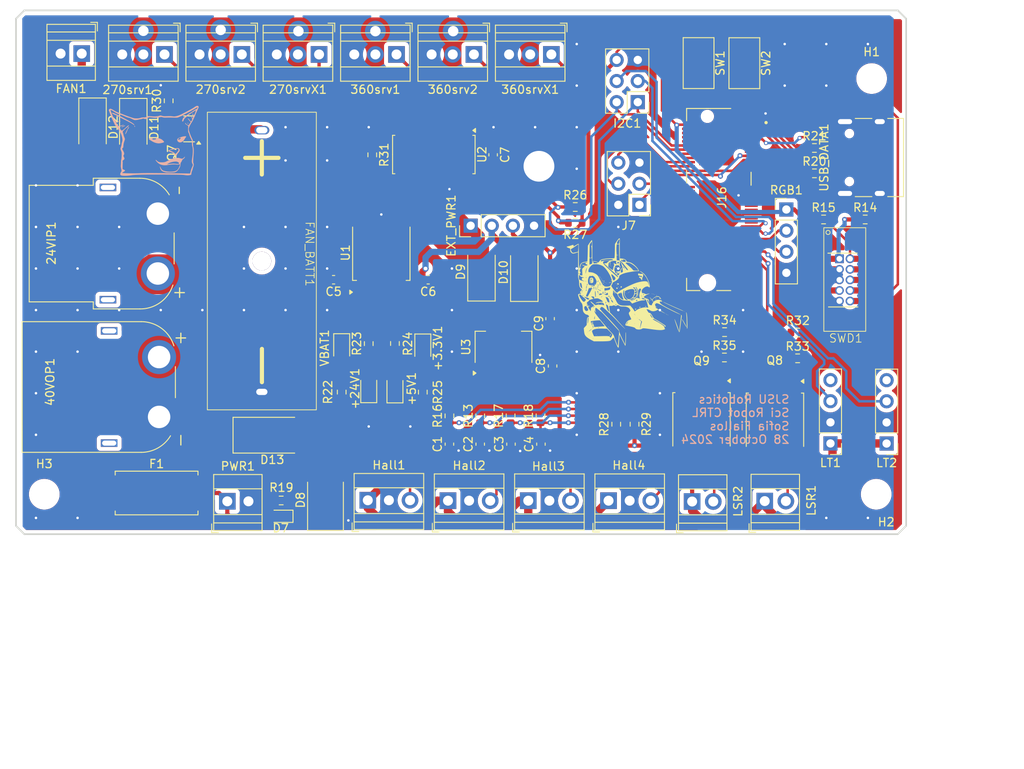
<source format=kicad_pcb>
(kicad_pcb (version 20240108) (generator "pcbnew") (generator_version "8.0")
  (layers (0 "F.Cu" signal) (31 "B.Cu" signal) (34 "B.Paste" user) (35 "F.Paste" user) (36 "B.SilkS" user "B.Silkscreen") (37 "F.SilkS" user "F.Silkscreen") (38 "B.Mask" user) (39 "F.Mask" user) (44 "Edge.Cuts" user))
  (net 0 "")
  (net 1 "GND")
  (net 2 "Net-(+3.3V1-A)")
  (net 3 "Net-(+5V1-A)")
  (net 4 "Net-(+24V1-A)")
  (net 5 "+24V")
  (net 6 "srv270")
  (net 7 "srv270_2")
  (net 8 "srv270_x")
  (net 9 "srv360")
  (net 10 "srv360_2")
  (net 11 "srv360_x")
  (net 12 "HE1DO")
  (net 13 "+5V")
  (net 14 "+3.3V")
  (net 15 "+3.3VLDO")
  (net 16 "Net-(D7-A)")
  (net 17 "Net-(D7-K)")
  (net 18 "+40V")
  (net 19 "V_FAN")
  (net 20 "Net-(D11-A)")
  (net 21 "I2C_SCL1")
  (net 22 "I2C_SCL")
  (net 23 "I2C_SDA1")
  (net 24 "I2C_SDA")
  (net 25 "TX2")
  (net 26 "RX1")
  (net 27 "TX1")
  (net 28 "RX2")
  (net 29 "EMTR5")
  (net 34 "USB_VIN")
  (net 35 "RST")
  (net 43 "USB_D-")
  (net 46 "EMTR6")
  (net 47 "EMTR4")
  (net 48 "LASR2")
  (net 54 "SWDCK")
  (net 58 "SWDIO")
  (net 60 "Boot")
  (net 61 "SDO")
  (net 62 "SCK")
  (net 66 "USB_D+")
  (net 69 "LASR1")
  (net 72 "V_BAT_SW")
  (net 73 "Net-(Q8-G)")
  (net 74 "Net-(Q9-G)")
  (net 75 "CC2")
  (net 76 "Net-(VBAT1-A)")
  (net 77 "Net-(U2-~{OE})")
  (net 94 "CC1")
  (net 97 "HE2DO")
  (net 98 "HE3DO")
  (net 99 "HE4DO")
  (net 100 "Net-(LSR1-Pin_2)")
  (net 101 "Net-(LSR2-Pin_2)")
  (net 102 "CLR2")
  (net 104 "CLR1")
  (footprint "Button_Switch_SMD:SW_SPST_CK_RS282G05A3" (layer "F.Cu") (at 137.15 50.3 -90)
    (property "Reference" "SW2")
    (property "Value" "SW_SPST")
  )
  (footprint "Capacitor_SMD:C_0603_1608Metric" (layer "F.Cu") (at 87.775 76.35 180)
    (property "Reference" "C5")
    (property "Value" "10uF")
  )
  (footprint "SJSU_common:TO-252AD" (layer "F.Cu") (at 89.7125 73.1025 90)
    (property "Reference" "U1")
    (property "Value" "LF33CPT-TR" (hide yes))
  )
  (footprint "Resistor_SMD:R_0603_1608Metric" (layer "F.Cu") (at 116.825 69.5 180)
    (property "Reference" "R27")
    (property "Value" "5.1k")
  )
  (footprint "Diode_SMD:D_SMA" (layer "F.Cu") (at 110.7 75.45 90)
    (property "Reference" "D10")
    (property "Value" "D_Schottky")
  )
  (footprint "Resistor_SMD:R_0603_1608Metric" (layer "F.Cu") (at 92.425 61.325 -90)
    (property "Reference" "R31")
    (property "Value" "10k")
  )
  (footprint "Resistor_SMD:R_0603_1608Metric" (layer "F.Cu") (at 123.95 93.725 -90)
    (property "Reference" "R29")
    (property "Value" "5.1k")
  )
  (footprint "Connector_AMASS:AMASS_XT60PW-F_1x02_P7.20mm_Horizontal" (layer "F.Cu") (at 66.65 68.4 90)
    (property "Reference" "24VIP1")
    (property "Value" "xT60F")
  )
  (footprint "Resistor_SMD:R_0603_1608Metric" (layer "F.Cu") (at 81.475 102.9 180)
    (property "Reference" "R19")
    (property "Value" "560")
  )
  (footprint "Capacitor_SMD:C_0603_1608Metric" (layer "F.Cu") (at 101.7 96.125 90)
    (property "Reference" "C1")
    (property "Value" "100nF")
  )
  (footprint "Resistor_SMD:R_0603_1608Metric" (layer "F.Cu") (at 143.555 85.8)
    (property "Reference" "R33")
    (property "Value" "100")
  )
  (footprint "LOGO" (layer "F.Cu") (at 122.909726 77.886072)
    (property "Reference" "G***" (hide yes))
    (property "Value" "LOGO" (hide yes))
  )
  (footprint "TerminalBlock:TerminalBlock_Xinya_XY308-2.54-3P_1x03_P2.54mm_Horizontal" (layer "F.Cu") (at 101.525 102.925)
    (property "Reference" "Hall2")
    (property "Value" "Hall")
  )
  (footprint "Resistor_SMD:R_0603_1608Metric" (layer "F.Cu") (at 67.95 54.825 90)
    (property "Reference" "R30")
    (property "Value" "10k")
  )
  (footprint "Diode_SMD:D_SMB" (layer "F.Cu") (at 86.8 102.85 90)
    (property "Reference" "D8")
    (property "Value" "B250")
  )
  (footprint "TerminalBlock:TerminalBlock_Xinya_XY308-2.54-3P_1x03_P2.54mm_Horizontal" (layer "F.Cu") (at 113.95 49.25 180)
    (property "Reference" "360srvX1")
    (property "Value" "extr1")
  )
  (footprint "Connector_PinHeader_2.54mm:PinHeader_2x03_P2.54mm_Vertical" (layer "F.Cu") (at 124.34 54.99 180)
    (property "Reference" "I2C1")
    (property "Value" "Conn_02x03_Odd_Even")
  )
  (footprint "Capacitor_SMD:C_0603_1608Metric" (layer "F.Cu") (at 99.145 76.35 180)
    (property "Reference" "C6")
    (property "Value" "10uF")
  )
  (footprint "Resistor_SMD:R_0603_1608Metric" (layer "F.Cu") (at 134.775 82.65)
    (property "Reference" "R34")
    (property "Value" "6.8k")
  )
  (footprint "Capacitor_SMD:C_0603_1608Metric" (layer "F.Cu") (at 112.7 96.125 90)
    (property "Reference" "C4")
    (property "Value" "100nF")
  )
  (footprint "Connector_PinHeader_2.54mm:PinHeader_1x04_P2.54mm_Vertical" (layer "F.Cu") (at 147.5 96.04 180)
    (property "Reference" "LT1")
    (property "Value" "Conn_01x04")
  )
  (footprint "Resistor_SMD:R_0603_1608Metric" (layer "F.Cu") (at 116.825 67.6)
    (property "Reference" "R26")
    (property "Value" "2.2k")
  )
  (footprint "Resistor_SMD:R_0603_1608Metric" (layer "F.Cu") (at 88.75 89.8625 -90)
    (property "Reference" "R22")
    (property "Value" "39k")
  )
  (footprint "MountingHole:MountingHole_2.2mm_M2" (layer "F.Cu") (at 53 102.15)
    (property "Reference" "H3")
    (property "Value" "MountingHole")
  )
  (footprint "Resistor_SMD:R_0603_1608Metric" (layer "F.Cu") (at 92 84.0325 90)
    (property "Reference" "R23")
    (property "Value" "10k")
  )
  (footprint "Resistor_SMD:R_0603_1608Metric" (layer "F.Cu") (at 121.75 93.725 -90)
    (property "Reference" "R28")
    (property "Value" "5.1k")
  )
  (footprint "Capacitor_SMD:C_0603_1608Metric" (layer "F.Cu") (at 113.8 81.03 -90)
    (property "Reference" "C9")
    (property "Value" "10uF")
  )
  (footprint "Capacitor_SMD:C_0603_1608Metric" (layer "F.Cu") (at 109.1 96.125 90)
    (property "Reference" "C3")
    (property "Value" "100nF")
  )
  (footprint "TerminalBlock:TerminalBlock_Xinya_XY308-2.54-3P_1x03_P2.54mm_Horizontal" (layer "F.Cu") (at 76.745 49.25 180)
    (property "Reference" "270srv2")
    (property "Value" "270srv2")
  )
  (footprint "Diode_SMD:D_SMA" (layer "F.Cu") (at 105.55 75.4 90)
    (property "Reference" "D9")
    (property "Value" "D_Schottky")
  )
  (footprint "Package_TO_SOT_SMD:SOT-223-3_TabPin2" (layer "F.Cu") (at 108.2 84.45 90)
    (property "Reference" "U3")
    (property "Value" "AMS1117-5.0")
  )
  (footprint "Diode_SMD:D_SMB_Handsoldering" (layer "F.Cu") (at 80.4 95.05)
    (property "Reference" "D13")
    (property "Value" "SMBJ45CA")
  )
  (footprint "Package_SO:TSSOP-28_4.4x9.7mm_P0.65mm" (layer "F.Cu") (at 99.825 61.2875 -90)
    (property "Reference" "U2")
    (property "Value" "PCA9685PW")
  )
  (footprint "Resistor_SMD:R_0603_1608Metric" (layer "F.Cu") (at 134.755 85.7)
    (property "Reference" "R35")
    (property "Value" "100")
  )
  (footprint "TerminalBlock:TerminalBlock_Xinya_XY308-2.54-3P_1x03_P2.54mm_Horizontal" (layer "F.Cu") (at 104.64 49.25 180)
    (property "Reference" "360srv2")
    (property "Value" "360srv2")
  )
  (footprint "LED_SMD:LED_0805_2012Metric" (layer "F.Cu") (at 88.75 84.525 -90)
    (property "Reference" "VBAT1")
    (property "Value" "LED_GRN")
  )
  (footprint "Connector_USB:USB_C_Receptacle_HRO_TYPE-C-31-M-12" (layer "F.Cu") (at 152.38 61.65 90)
    (property "Reference" "USB_DATA1")
    (property "Value" "USB_C_Receptacle_USB2.0_16P")
  )
  (footprint "LED_SMD:LED_0805_2012Metric" (layer "F.Cu") (at 98.5 84.5625 -90)
    (property "Reference" "+3.3V1")
    (property "Value" "LED_GRN")
  )
  (footprint "LED_SMD:LED_0805_2012Metric" (layer "F.Cu") (at 92 89.45 90)
    (property "Reference" "+24V1")
    (property "Value" "LED_GRN")
  )
  (footprint "TerminalBlock:TerminalBlock_Xinya_XY308-2.54-3P_1x03_P2.54mm_Horizontal" (layer "F.Cu") (at 86.03 49.25 180)
    (property "Reference" "270srvX1")
    (property "Value" "extr2")
  )
  (footprint "TerminalBlock:TerminalBlock_Xinya_XY308-2.54-2P_1x02_P2.54mm_Horizontal" (layer "F.Cu") (at 57.5 49.15 180)
    (property "Reference" "FAN1")
    (property "Value" "Screw_Terminal_01x02")
  )
  (footprint "Resistor_SMD:R_0603_1608Metric" (layer "F.Cu") (at 143.575 82.7)
    (property "Reference" "R32")
    (property "Value" "6.8k")
  )
  (footprint "Package_TO_SOT_SMD:TO-252-2" (layer "F.Cu") (at 140.83 93.29 -90)
    (property "Reference" "Q8")
    (property "Value" "Q_NMOS_GDS")
  )
  (footprint "Resistor_SMD:R_0603_1608Metric" (layer "F.Cu") (at 112.65 92.725 90)
    (property "Reference" "R18")
    (property "Value" "10k")
  )
  (footprint "Resistor_SMD:R_0603_1608Metric" (layer "F.Cu") (at 109.05 92.725 90)
    (property "Reference" "R17")
    (property "Value" "10k")
  )
  (footprint "Connector_PinHeader_2.54mm:PinHeader_1x04_P2.54mm_Vertical" (layer "F.Cu") (at 154.25 96.05 180)
    (property "Reference" "LT2")
    (property "Value" "Conn_01x04")
  )
  (footprint "Resistor_SMD:R_0603_1608Metric" (layer "F.Cu") (at 95.15 84.0175 90)
    (property "Reference" "R24")
    (property "Value" "2.2k")
  )
  (footprint "MountingHole:MountingHole_2.2mm_M2" (layer "F.Cu") (at 153 102.15)
    (property "Reference" "H2")
    (property "Value" "MountingHole")
  )
  (footprint "Button_Switch_SMD:SW_SPST_CK_RS282G05A3" (layer "F.Cu") (at 131.65 50.293354 -90)
    (property "Reference" "SW1")
    (property "Value" "SW_SPST")
  )
  (footprint "Connector_PinHeader_2.54mm:PinHeader_2x03_P2.54mm_Vertical" (layer "F.Cu") (at 124.54 67.34 180)
    (property "Reference" "J7")
    (property "Value" "Conn_02x03_Odd_Even")
  )
  (footprint "Connector_PinHeader_2.54mm:PinHeader_1x04_P2.54mm_Vertical" (layer "F.Cu") (at 142.2 67.9)
    (property "Reference" "RGB1")
    (property "Value" "Conn_01x04")
  )
  (footprint "Fuse:Fuseholder_Littelfuse_Nano2_154x" (layer "F.Cu") (at 66.5 102)
    (property "Reference" "F1")
    (property "Value" "Fuse_Small")
  )
  (footprint "Capacitor_SMD:C_0603_1608Metric" (layer "F.Cu") (at 114.1 86.725 90)
    (property "Reference" "C8")
    (property "Value" "10uF")
  )
  (footprint "TerminalBlock:TerminalBlock_Xinya_XY308-2.54-2P_1x02_P2.54mm_Horizontal" (layer "F.Cu") (at 130.875 103.025)
    (property "Reference" "LSR2")
    (property "Value" "Screw_Terminal_01x02")
  )
  (footprint "Resistor_SMD:R_0603_1608Metric" (layer "F.Cu") (at 98.5 89.8675 90)
    (property "Reference" "R25")
    (property "Value" "500")
  )
  (footprint "Resistor_SMD:R_0603_1608Metric" (layer "F.Cu") (at 151.675 69.1)
    (property "Reference" "R14")
    (property "Value" "100k")
  )
  (footprint "Resistor_SMD:R_0603_1608Metric" (layer "F.Cu") (at 145.575 60.5)
    (property "Reference" "R21")
    (property "Value" "5.1k")
  )
  (footprint "Capacitor_SMD:C_0603_1608Metric" (layer "F.Cu") (at 106.95 61.325 -90)
    (property "Reference" "C7")
    (property "Value" "100nF")
  )
  (footprint "TerminalBlock:TerminalBlock_Xinya_XY308-2.54-3P_1x03_P2.54mm_Horizontal" (layer "F.Cu") (at 120.825 102.925)
    (property "Reference" "Hall4")
    (property "Value" "Hall")
  )
  (footprint "TerminalBlock:TerminalBlock_Xinya_XY308-2.54-3P_1x03_P2.54mm_Horizontal" (layer "F.Cu") (at 95.34 49.25 180)
    (property "Reference" "360srv1")
    (property "Value" "360srv1")
  )
  (footprint "Package_TO_SOT_SMD:SOT-23" (layer "F.Cu") (at 70.4 58.2 180)
    (property "Reference" "Q7")
    (property "Value" "Q_NMOS_GDS")
  )
  (footprint "TerminalBlock:TerminalBlock_Xinya_XY308-2.54-3P_1x03_P2.54mm_Horizontal" (layer "F.Cu") (at 91.885 102.875)
    (property "Reference" "Hall1")
    (property "Value" "Hall")
  )
  (footprint "Package_TO_SOT_SMD:TO-252-2" (layer "F.Cu") (at 132 93.24 -90)
    (property "Reference" "Q9")
    (property "Value" "Q_NMOS_GDS")
  )
  (footprint "LED_SMD:LED_0805_2012Metric" (layer "F.Cu") (at 95.15 89.475 90)
    (property "Reference" "+5V1")
    (property "Value" "LED_GRN")
  )
  (footprint "TerminalBlock:TerminalBlock_Xinya_XY308-2.54-2P_1x02_P2.54mm_Horizontal" (layer "F.Cu") (at 75 103)
    (property "Reference" "PWR1")
    (property "Value" "Screw_Terminal_01x02")
  )
  (footprint "TerminalBlock:TerminalBlock_Xinya_XY308-2.54-3P_1x03_P2.54mm_Horizontal" (layer "F.Cu") (at 67.45 49.25 180)
    (property "Reference" "270srv1")
    (property "Value" "270srv1")
  )
  (footprint "Resistor_SMD:R_0603_1608Metric" (layer "F.Cu") (at 145.575 63.55)
    (property "Reference" "R20")
    (property "Value" "5.1k")
  )
  (footprint "Connector_AMASS:AMASS_XT60PW-M_1x02_P7.20mm_Horizontal" (layer "F.Cu") (at 66.8 92.85 90)
    (property "Reference" "40VOP1")
    (property "Value" "xT60M")
  )
  (footprint "SJSU_common:SWD_Conn" (layer "F.Cu") (at 148.59 67.71)
    (property "Reference" "SWD1")
    (property "Value" "Conn_02x05_Odd_Even")
  )
  (footprint "SJSU_common:BAT_HOLD" (layer "F.Cu") (at 84.4 73.25 -90)
    (property "Reference" "FAN_BATT1")
    (property "Value" "~")
  )
  (footprint "LED_SMD:LED_0603_1608Metric" (layer "F.Cu") (at 81.4125 104.8 180)
    (property "Reference" "D7")
    (property "Value" "LED_BLU")
  )
  (footprint "MountingHole:MountingHole_2.2mm_M2" (layer "F.Cu") (at 152.45 52.15)
    (property "Reference" "H1")
    (property "Value" "MountingHole")
  )
  (footprint "Diode_SMD:D_SMA" (layer "F.Cu") (at 58.8 58 -90)
    (property "Reference" "D12")
    (property "Value" "D_Schottky")
  )
  (footprint "Connector_PinHeader_2.54mm:PinHeader_1x04_P2.54mm_Vertical" (layer "F.Cu") (at 104.25 69.85 90)
    (property "Reference" "EXT_PWR1")
    (property "Value" "Conn_01x04")
  )
  (footprint "SJSU_common:micromod" (layer "F.Cu") (at 124.46 66.7 90)
    (property "Reference" "J16")
    (property "Value" "MicroMod" (hide yes))
  )
  (footprint "Resistor_SMD:R_0603_1608Metric" (layer "F.Cu") (at 146.675 69.1)
    (property "Reference" "R15")
    (property "Value" "100k")
  )
  (footprint "Diode_SMD:D_SMA" (layer "F.Cu") (at 63.7 58.05 -90)
    (property "Reference" "D11")
    (property "Value" "D_Schottky")
  )
  (footprint "TerminalBlock:TerminalBlock_Xinya_XY308-2.54-3P_1x03_P2.54mm_Horizontal" (layer "F.Cu") (at 111.175 102.925)
    (property "Reference" "Hall3")
    (property "Value" "Hall")
  )
  (footprint "Resistor_SMD:R_0603_1608Metric" (layer "F.Cu") (at 105.4 92.725 90)
    (property "Reference" "R13")
    (property "Value" "10k")
  )
  (footprint "Capacitor_SMD:C_0603_1608Metric" (layer "F.Cu") (at 105.4 96.125 90)
    (property "Reference" "C2")
    (property "Value" "100nF")
  )
  (footprint "Resistor_SMD:R_0603_1608Metric" (layer "F.Cu") (at 101.7 92.725 90)
    (property "Reference" "R16")
    (property "Value" "10k")
  )
  (footprint "TerminalBlock:TerminalBlock_Xinya_XY308-2.54-2P_1x02_P2.54mm_Horizontal" (layer "F.Cu") (at 139.6 102.975)
    (property "Reference" "LSR1")
    (property "Value" "Screw_Terminal_01x02")
  )
  (footprint "LOGO" (layer "B.Cu") (at 66.2 59.6 180)
    (property "Reference" "G***" (hide yes))
    (property "Value" "LOGO" (hide yes))
  )
  (gr_line (start 156.6 105.95) (end 156.6 44.95) (stroke (width 0.2)) (layer "Edge.Cuts"))
  (gr_line (start 49.6 105.95) (end 49.6 44.95) (stroke (width 0.2)) (layer "Edge.Cuts"))
  (gr_line (start 50.6 43.95) (end 49.6 44.95) (stroke (width 0.2)) (layer "Edge.Cuts"))
  (gr_line (start 50.6 106.95) (end 49.6 105.95) (stroke (width 0.2)) (layer "Edge.Cuts"))
  (gr_line (start 156.6 44.95) (end 155.6 43.95) (stroke (width 0.2)) (layer "Edge.Cuts"))
  (gr_line (start 156.6 105.95) (end 155.6 106.95) (stroke (width 0.2)) (layer "Edge.Cuts"))
  (gr_line (start 155.6 106.95) (end 50.6 106.95) (stroke (width 0.2)) (layer "Edge.Cuts"))
  (gr_line (start 155.6 43.95) (end 50.6 43.95) (stroke (width 0.2)) (layer "Edge.Cuts"))
  (gr_text "SJSU Robotics\nSci Robot CTRL\nSofia Fiallos\n28 October 2024" (at 142.65 96.15 0) (layer "B.SilkS") (effects (font (size 1 1)) (justify left bottom mirror)))
  (segment (start 139.55 68.25) (end 139.55 67.2) (width 0.3) (layer "F.Cu") (net 1))
  (segment (start 88.75 81.75) (end 87 80) (width 0.3) (layer "F.Cu") (net 1))
  (segment (start 92 58) (end 92.75 57.25) (width 0.4) (layer "F.Cu") (net 1))
  (segment (start 103.85 87.6) (end 102 85.75) (width 0.3) (layer "F.Cu") (net 1))
  (segment (start 112.7 96.9) (end 113.8 96.9) (width 0.2) (layer "F.Cu") (net 1))
  (segment (start 101.7 96.9) (end 102.8 96.9) (width 0.2) (layer "F.Cu") (net 1))
  (segment (start 122.65 69.15) (end 122 68.5) (width 0.3) (layer "F.Cu") (net 1))
  (segment (start 107.25 58.25) (end 107.25 60.25) (width 0.3) (layer "F.Cu") (net 1))
  (segment (start 137 57.45) (end 136.6 57.85) (width 0.3) (layer "F.Cu") (net 1))
  (segment (start 95.15 57.25) (end 95.6 57.7) (width 0.4) (layer "F.Cu") (net 1))
  (segment (start 113.8 81.85) (end 113.8 81.805) (width 0.3) (layer "F.Cu") (net 1))
  (segment (start 101.45 64.15) (end 101.45 65.2) (width 0.4) (layer "F.Cu") (net 1))
  (segment (start 138.225 76.275) (end 137.45 77.05) (width 0.3) (layer "F.Cu") (net 1))
  (segment (start 142.37 76.37) (end 142 76) (width 0.2) (layer "F.Cu") (net 1))
  (segment (start 144.35 62.9) (end 143.742894 62.9) (width 0.3) (layer "F.Cu") (net 1))
  (segment (start 110.31 60.55) (end 112.46 62.7) (width 0.2) (layer "F.Cu") (net 1))
  (segment (start 86.8 105.3) (end 89.55 105.3) (width 0.3) (layer "F.Cu") (net 1))
  (segment (start 139.792894 58.95) (end 137.985 58.95) (width 0.3) (layer "F.Cu") (net 1))
  (segment (start 131.65 46.393354) (end 131.256646 46) (width 0.3) (layer "F.Cu") (net 1))
  (segment (start 67 53.45) (end 67 52.955) (width 0.3) (layer "F.Cu") (net 1))
  (segment (start 98.5 83.625) (end 98.5 82.5) (width 0.3) (layer "F.Cu") (net 1))
  (segment (start 126.4 68.45) (end 125.7 69.15) (width 0.3) (layer "F.Cu") (net 1))
  (segment (start 136.6 58.55) (end 137 58.95) (width 0.3) (layer "F.Cu") (net 1))
  (segment (start 125.7 69.15) (end 122.65 69.15) (width 0.3) (layer "F.Cu") (net 1))
  (segment (start 146.6 78.91) (end 144.84 78.91) (width 0.3) (layer "F.Cu") (net 1))
  (segment (start 97 93.4) (end 97 94) (width 0.3) (layer "F.Cu") (net 1))
  (segment (start 137 80) (end 137 81.25) (width 0.3) (layer "F.Cu") (net 1))
  (segment (start 137.985 57.45) (end 137 57.45) (width 0.3) (layer "F.Cu") (net 1))
  (segment (start 143.464213 60.5) (end 144.75 60.5) (width 0.3) (layer "F.Cu") (net 1))
  (segment (start 136.8 66.95) (end 137.985 66.95) (width 0.3) (layer "F.Cu") (net 1))
  (segment (start 92 58) (end 91.65 58.35) (width 0.3) (layer "F.Cu") (net 1))
  (segment (start 101.45 58.425) (end 104.05 58.425) (width 0.3) (layer "F.Cu") (net 1))
  (segment (start 117 85) (end 116.95 85) (width 0.3) (layer "F.Cu") (net 1))
  (segment (start 144.75 63.55) (end 144.75 63.3) (width 0.3) (layer "F.Cu") (net 1))
  (segment (start 138.225 75.95) (end 138.225 76.275) (width 0.3) (layer "F.Cu") (net 1))
  (segment (start 138.25 76.6) (end 138.25 76.925) (width 0.3) (layer "F.Cu") (net 1))
  (segment (start 112.6 85.4) (end 113.55 85.4) (width 0.3) (layer "F.Cu") (net 1))
  (segment (start 104.675 57.8) (end 106.8 57.8) (width 0.3) (layer "F.Cu") (net 1))
  (segment (start 67.55 54) (end 67 53.45) (width 0.3) (layer "F.Cu") (net 1))
  (segment (start 136.45 66.6) (end 136.8 66.95) (width 0.3) (layer "F.Cu") (net 1))
  (segment (start 137.985 57.45) (end 140.414214 57.45) (width 0.3) (layer "F.Cu") (net 1))
  (segment (start 67 91.4) (end 67 91) (width 0.2) (layer "F.Cu") (net 1))
  (segment (start 137.985 65.45) (end 136.8 65.45) (width 0.3) (layer "F.Cu") (net 1))
  (segment (start 143.742894 62.9) (end 139.792894 58.95) (width 0.3) (layer "F.Cu") (net 1))
  (segment (start 92.75 57.25) (end 95.15 57.25) (width 0.4) (layer "F.Cu") (net 1))
  (segment (start 131.65 46.393354) (end 137.143354 46.393354) (width 0.3) (layer "F.Cu") (net 1))
  (segment (start 147.17 65.97) (end 149.275 65.97) (width 0.3) (layer "F.Cu") (net 1))
  (segment (start 82.3 102.9) (end 84.7 102.9) (width 0.3) (layer "F.Cu") (net 1))
  (segment (start 137.07758 68.45) (end 137.985 68.45) (width 0.3) (layer "F.Cu") (net 1))
  (segment (start 105.4 96.9) (end 106.5 96.9) (width 0.2) (layer "F.Cu") (net 1))
  (segment (start 129.72 86.28) (end 129.72 88.2) (width 0.3) (layer "F.Cu") (net 1))
  (segment (start 104.05 58.425) (end 104.675 57.8) (width 0.3) (layer "F.Cu") (net 1))
  (segment (start 137.15 46.4) (end 140.4 46.4) (width 0.3) (layer "F.Cu") (net 1))
  (segment (start 144.4 79.35) (end 144.4 82.7) (width 0.3) (layer "F.Cu") (net 1))
  (segment (start 146.7 75.1) (end 142.62 75.1) (width 0.3) (layer "F.Cu") (net 1))
  (segment (start 131 85) (end 129.72 86.28) (width 0.3) (layer "F.Cu") (net 1))
  (segment (start 137.985 57.125) (end 137.21 56.35) (width 0.3) (layer "F.Cu") (net 1))
  (segment (start 141.8 58.835787) (end 143.464213 60.5) (width 0.3) (layer "F.Cu") (net 1))
  (segment (start 88.75 83.5875) (end 88.75 81.75) (width 0.3) (layer "F.Cu") (net 1))
  (segment (start 106.95 60.55) (end 110.31 60.55) (width 0.2) (layer "F.Cu") (net 1))
  (segment (start 116.95 85) (end 113.8 81.85) (width 0.3) (layer "F.Cu") (net 1))
  (segment (start 77.75 91.24) (end 79.15 89.84) (width 1) (layer "F.Cu") (net 1))
  (segment (start 139.3 66.95) (end 138.225 66.95) (width 0.3) (layer "F.Cu") (net 1))
  (segment (start 137.985 57.45) (end 137.985 57.125) (width 0.3) (layer "F.Cu") (net 1))
  (segment (start 131.34242 75.7) (end 133.45 73.59242) (width 0.3) (layer "F.Cu") (net 1))
  (segment (start 101.45 64.15) (end 102.1 64.15) (width 0.3) (layer "F.Cu") (net 1))
  (segment (start 67.95 54) (end 67.55 54) (width 0.3) (layer "F.Cu") (net 1))
  (segment (start 110.15 96.9) (end 110.2 96.95) (width 0.2) (layer "F.Cu") (net 1))
  (segment (start 91.65 59.725) (end 92.425 60.5) (width 0.3) (layer "F.Cu") (net 1))
  (segment (start 132 85) (end 131 85) (width 0.3) (layer "F.Cu") (net 1))
  (segment (start 102 75) (end 100.65 76.35) (width 0.3) (layer "F.Cu") (net 1))
  (segment (start 137 85) (end 138.55 86.55) (width 0.3) (layer "F.Cu") (net 1))
  (segment (start 148.7 64.85) (end 148.7 65.395) (width 0.3) (layer "F.Cu") (net 1))
  (segment (start 136.45 65.8) (end 136.45 66.2) (width 0.3) (layer "F.Cu") (net 1))
  (segment (start 130.435 66.2) (end 127.65 66.2) (width 0.3) (layer "F.Cu") (net 1))
  (segment (start 146.6 75.1) (end 146.5 75) (width 0.2) (layer "F.Cu") (net 1))
  (segment (start 137 77.26) (end 137 80) (width 0.3) (layer "F.Cu") (net 1))
  (segment (start 138.225 68.45) (end 139.35 68.45) (width 0.3) (layer "F.Cu") (net 1))
  (segment (start 95.15 90.4125) (end 95.15 91.55) (width 0.3) (layer "F.Cu") (net 1))
  (segment (start 144.84 78.91) (end 144.4 79.35) (width 0.3) (layer "F.Cu") (net 1))
  (segment (start 102 85.75) (end 102 85) (width 0.3) (layer "F.Cu") (net 1))
  (segment (start 136.6 57.85) (end 136.6 58.55) (width 0.3) (layer "F.Cu") (net 1))
  (segment (start 91.65 58.35) (end 91.65 59.725) (width 0.3) (layer "F.Cu") (net 1))
  (segment (start 133.45 72.07758) (end 137.07758 68.45) (width 0.3) (layer "F.Cu") (net 1))
  (segment (start 77.7 95.05) (end 77.7 102.84) (width 1) (layer "F.Cu") (net 1))
  (segment (start 140.414214 57.45) (end 141.8 58.835786) (width 0.3) (layer "F.Cu") (net 1))
  (segment (start 136.8 65.45) (end 136.45 65.8) (width 0.3) (layer "F.Cu") (net 1))
  (segment (start 138.55 86.55) (end 138.55 88.25) (width 0.3) (layer "F.Cu") (net 1))
  (segment (start 98.5 82.5) (end 101 80) (width 0.3) (layer "F.Cu") (net 1))
  (segment (start 77.7 102.84) (end 77.54 103) (width 1) (layer "F.Cu") (net 1))
  (segment (start 95.6 57.7) (end 95.6 58.425) (width 0.4) (layer "F.Cu") (net 1))
  (segment (start 140.4 46.4) (end 142 48) (width 0.3) (layer "F.Cu") (net 1))
  (segment (start 144.75 63.3) (end 144.35 62.9) (width 0.3) (layer "F.Cu") (net 1))
  (segment (start 136.45 66.2) (end 136.45 66.6) (width 0.3) (layer "F.Cu") (net 1))
  (segment (start 144.75 63.55) (end 147.17 65.97) (width 0.3) (layer "F.Cu") (net 1))
  (segment (start 139.55 67.2) (end 139.3 66.95) (width 0.3) (layer "F.Cu") (net 1))
  (segment (start 106.8 57.8) (end 107.25 58.25) (width 0.3) (layer "F.Cu") (net 1))
  (segment (start 139.7 56.35) (end 137.21 56.35) (width 0.3) (layer "F.Cu") (net 1))
  (segment (start 143.05 76.37) (end 142.2 75.52) (width 0.3) (layer "F.Cu") (net 1))
  (segment (start 84.7 102.9) (end 86.8 105) (width 0.3) (layer "F.Cu") (net 1))
  (segment (start 127.65 66.2) (end 126.4 67.45) (width 0.3) (layer "F.Cu") (net 1))
  (segment (start 148.7 58.45) (end 148.7 57.905) (width 0.3) (layer "F.Cu") (net 1))
  (segment (start 100.65 76.35) (end 99.465 76.35) (width 0.3) (layer "F.Cu") (net 1))
  (segment (start 113.55 85.4) (end 114.1 85.95) (width 0.3) (layer "F.Cu") (net 1))
  (segment (start 92 90.3875) (end 92 94) (width 0.3) (layer "F.Cu") (net 1))
  (segment (start 137 58.95) (end 137.985 58.95) (width 0.3) (layer "F.Cu") (net 1))
  (segment (start 142.62 75.1) (end 142.2 75.52) (width 0.3) (layer "F.Cu") (net 1))
  (segment (start 87 75) (end 87 76.35) (width 0.3) (layer "F.Cu") (net 1))
  (segment (start 95.15 91.55) (end 97 93.4) (width 0.3) (layer "F.Cu") (net 1))
  (segment (start 137.21 77.05) (end 137 77.26) (width 0.3) (layer "F.Cu") (net 1))
  (segment (start 105.9 87.6) (end 103.85 87.6) (width 0.3) (layer "F.Cu") (net 1))
  (segment (start 146.7 76.37) (end 143.05 76.37) (width 0.3) (layer "F.Cu") (net 1))
  (segment (start 77.7 95.05) (end 77.75 95) (width 1) (layer "F.Cu") (net 1))
  (segment (start 137 81.25) (end 135.6 82.65) (width 0.3) (layer "F.Cu") (net 1))
  (segment (start 101.45 65.2) (end 101.7 65.45) (width 0.4) (layer "F.Cu") (net 1))
  (segment (start 137.143354 46.393354) (end 137.15 46.4) (width 0.3) (layer "F.Cu") (net 1))
  (segment (start 141.8 58.835786) (end 141.8 58.835787) (width 0.3) (layer "F.Cu") (net 1))
  (segment (start 107.25 60.25) (end 106.95 60.55) (width 0.3) (layer "F.Cu") (net 1))
  (segment (start 139.35 68.45) (end 139.55 68.25) (width 0.3) (layer "F.Cu") (net 1))
  (segment (start 109.1 96.9) (end 110.15 96.9) (width 0.2) (layer "F.Cu") (net 1))
  (segment (start 126.4 67.45) (end 126.4 68.45) (width 0.3) (layer "F.Cu") (net 1))
  (segment (start 77.75 95) (end 77.75 91.24) (width 1) (layer "F.Cu") (net 1))
  (segment (start 93.5125 68.5) (end 93.5125 71.8625) (width 0.3) (layer "F.Cu") (net 1))
  (segment (start 122 68.5) (end 122 67.34) (width 0.3) (layer "F.Cu") (net 1))
  (segment (start 148.7 57.905) (end 149.275 57.33) (width 0.3) (layer "F.Cu") (net 1))
  (segment (start 133.45 73.59242) (end 133.45 72.07758) (width 0.3) (layer "F.Cu") (net 1))
  (segment (start 148.7 65.395) (end 149.275 65.97) (width 0.3) (layer "F.Cu") (net 1))
  (segment (start 101 80) (end 102 80) (width 0.3) (layer "F.Cu") (net 1))
  (segment (start 130.435 75.7) (end 131.34242 75.7) (width 0.3) (layer "F.Cu") (net 1))
  (via (at 52 75) (size 0.5) (drill 0.3) (layers "F.Cu" "B.Cu") (net 1))
  (via (at 87 70) (size 0.5) (drill 0.3) (layers "F.Cu" "B.Cu") (net 1))
  (via (at 52 105) (size 0.5) (drill 0.3) (layers "F.Cu" "B.Cu") (net 1))
  (via (at 132 85) (size 0.5) (drill 0.3) (layers "F.Cu" "B.Cu") (net 1))
  (via (at 106.5 96.9) (size 0.5) (drill 0.3) (layers "F.Cu" "B.Cu") (net 1))
  (via (at 122 80) (size 0.5) (drill 0.3) (layers "F.Cu" "B.Cu") (net 1))
  (via (at 147 48) (size 0.5) (drill 0.3) (layers "F.Cu" "B.Cu") (net 1))
  (via (at 122 85) (size 0.5) (drill 0.3) (layers "F.Cu" "B.Cu") (net 1))
  (via (at 82 75) (size 0.5) (drill 0.3) (layers "F.Cu" "B.Cu") (net 1))
  (via (at 139.7 56.35) (size 0.5) (drill 0.3) (layers "F.Cu" "B.Cu") (net 1))
  (via (at 127 80) (size 0.5) (drill 0.3) (layers "F.Cu" "B.Cu") (net 1))
  (via (at 117 80) (size 0.5) (drill 0.3) (layers "F.Cu" "B.Cu") (net 1))
  (via (at 102.8 96.9) (size 0.5) (drill 0.3) (layers "F.Cu" "B.Cu") (net 1))
  (via (at 92 58) (size 0.5) (drill 0.3) (layers "F.Cu" "B.Cu") (net 1))
  (via (at 142 48) (size 0.5) (drill 0.3) (layers "F.Cu" "B.Cu") (net 1))
  (via (at 57 80) (size 0.5) (drill 0.3) (layers "F.Cu" "B.Cu") (net 1))
  (via (at 72 80) (size 0.5) (drill 0.3) (layers "F.Cu" "B.Cu") (net 1))
  (via (at 102 75) (size 0.5) (drill 0.3) (layers "F.Cu" "B.Cu") (net 1))
  (via (at 152 105) (size 0.5) (drill 0.3) (layers "F.Cu" "B.Cu") (net 1))
  (via (at 67 80) (size 0.5) (drill 0.3) (layers "F.Cu" "B.Cu") (net 1))
  (via (at 92 94) (size 0.5) (drill 0.3) (layers "F.Cu" "B.Cu") (net 1))
  (via (at 117 53) (size 0.5) (drill 0.3) (layers "F.Cu" "B.Cu") (net 1))
  (via (at 147 53) (size 0.5) (drill 0.3) (layers "F.Cu" "B.Cu") (net 1))
  (via (at 117 95) (size 0.5) (drill 0.3) (layers "F.Cu" "B.Cu") (net 1))
  (via (at 101.7 65.45) (size 0.6) (drill 0.3) (layers "F.Cu" "B.Cu") (net 1))
  (via (at 117 58) (size 0.5) (drill 0.3) (layers "F.Cu" "B.Cu") (net 1))
  (via (at 127 90) (size 0.5) (drill 0.3) (layers "F.Cu" "B.Cu") (net 1))
  (via (at 62 80) (size 0.5) (drill 0.3) (layers "F.Cu" "B.Cu") (net 1))
  (via (at 52 65) (size 0.5) (drill 0.3) (layers "F.Cu" "B.Cu") (net 1))
  (via (at 127 95) (size 0.5) (drill 0.3) (layers "F.Cu" "B.Cu") (net 1))
  (via (at 137 85) (size 0.5) (drill 0.3) (layers "F.Cu" "B.Cu") (net 1))
  (via (at 117 85) (size 0.5) (drill 0.3) (layers "F.Cu" "B.Cu") (net 1))
  (via (at 142 53) (size 0.5) (drill 0.3) (layers "F.Cu" "B.Cu") (net 1))
  (via (at 122 75) (size 0.5) (drill 0.3) (layers "F.Cu" "B.Cu") (net 1))
  (via (at 77 75) (size 0.5) (drill 0.3) (layers "F.Cu" "B.Cu") (net 1))
  (via (at 62 70) (size 0.5) (drill 0.3) (layers "F.Cu" "B.Cu") (net 1))
  (via (at 87 75) (size 0.5) (drill 0.3) (layers "F.Cu" "B.Cu") (net 1))
  (via (at 67 52.955) (size 0.5) (drill 0.3) (layers "F.Cu" "B.Cu") (net 1))
  (via (at 77 80) (size 0.5) (drill 0.3) (layers "F.Cu" "B.Cu") (net 1))
  (via (at 113.8 96.9) (size 0.5) (drill 0.3) (layers "F.Cu" "B.Cu") (net 1))
  (via (at 117 63) (size 0.5) (drill 0.3) (layers "F.Cu" "B.Cu") (net 1))
  (via (at 82 80) (size 0.5) (drill 0.3) (layers "F.Cu" "B.Cu") (net 1))
  (via (at 107 58) (size 0.5) (drill 0.3) (layers "F.Cu" "B.Cu") (net 1))
  (via (at 89.55 105.3) (size 0.5) (drill 0.3) (layers "F.Cu" "B.Cu") (net 1))
  (via (at 52 85) (size 0.5) (drill 0.3) (layers "F.Cu" "B.Cu") (net 1))
  (via (at 57 65) (size 0.5) (drill 0.3) (layers "F.Cu" "B.Cu") (net 1))
  (via (at 57 105) (size 0.5) (drill 0.3) (layers "F.Cu" "B.Cu") (net 1))
  (via (at 102 80) (size 0.5) (drill 0.3) (layers "F.Cu" "B.Cu") (net 1))
  (via (at 57 75) (size 0.5) (drill 0.3) (layers "F.Cu" "B.Cu") (net 1))
  (via (at 87 80) (size 0.5) (drill 0.3) (layers "F.Cu" "B.Cu") (net 1))
  (via (at 137 80) (size 0.5) (drill 0.3) (layers "F.Cu" "B.Cu") (net 1))
  (via (at 62 75) (size 0.5) (drill 0.3) (layers "F.Cu" "B.Cu") (net 1))
  (via (at 93.5125 68.5) (size 0.5) (drill 0.3) (layers "F.Cu" "B.Cu") (net 1))
  (via (at 87 62) (size 0.5) (drill 0.3) (layers "F.Cu" "B.Cu") (net 1))
  (via (at 147 105) (size 0.5) (drill 0.3) (layers "F.Cu" "B.Cu") (net 1))
  (via (at 82 62) (size 0.5) (drill 0.3) (layers "F.Cu" "B.Cu") (net 1))
  (via (at 57 85) (size 0.5) (drill 0.3) (layers "F.Cu" "B.Cu") (net 1))
  (via (at 112 58) (size 0.5) (drill 0.3) (layers "F.Cu" "B.Cu") (net 1))
  (via (at 77 70) (size 0.5) (drill 0.3) (layers "F.Cu" "B.Cu") (net 1))
  (via (at 57 70) (size 0.5) (drill 0.3) (layers "F.Cu" "B.Cu") (net 1))
  (via (at 112.6 85.4) (size 0.5) (drill 0.3) (layers "F.Cu" "B.Cu") (net 1))
  (via (at 82 58) (size 0.5) (drill 0.3) (layers "F.Cu" "B.Cu") (net 1))
  (via (at 52 90) (size 0.5) (drill 0.3) (layers "F.Cu" "B.Cu") (net 1))
  (via (at 52 80) (size 0.5) (drill 0.3) (layers "F.Cu" "B.Cu") (net 1))
  (via (at 152 48) (size 0.5) (drill 0.3) (layers "F.Cu" "B.Cu") (net 1))
  (via (at 117 90) (size 0.5) (drill 0.3) (layers "F.Cu" "B.Cu") (net 1))
  (via (at 122 70) (size 0.5) (drill 0.3) (layers "F.Cu" "B.Cu") (net 1))
  (via (at 117 48) (size 0.5) (drill 0.3) (layers "F.Cu" "B.Cu") (net 1))
  (via (at 97 94) (size 0.5) (drill 0.3) (layers "F.Cu" "B.Cu") (net 1))
  (via (at 136.45 66.2) (size 0.6) (drill 0.3) (layers "F.Cu" "B.Cu") (net 1))
  (via (at 117 75) (size 0.5) (drill 0.3) (layers "F.Cu" "B.Cu") (net 1))
  (via (at 87 58) (size 0.5) (drill 0.3) (layers "F.Cu" "B.Cu") (net 1))
  (via (at 52 95) (size 0.5) (drill 0.3) (layers "F.Cu" "B.Cu") (net 1))
  (via (at 110.2 96.95) (size 0.5) (drill 0.3) (layers "F.Cu" "B.Cu") (net 1))
  (via (at 52 70) (size 0.5) (drill 0.3) (layers "F.Cu" "B.Cu") (net 1))
  (via (at 82 70) (size 0.5) (drill 0.3) (layers "F.Cu" "B.Cu") (net 1))
  (via (at 102 85) (size 0.5) (drill 0.3) (layers "F.Cu" "B.Cu") (net 1))
  (segment (start 97.6925 90.6925) (end 98.5 90.6925) (width 0.3) (layer "F.Cu") (net 2))
  (segment (start 97.15 90.15) (end 97.6925 90.6925) (width 0.3) (layer "F.Cu") (net 2))
  (segment (start 98.5 85.5) (end 98.05 85.5) (width 0.3) (layer "F.Cu") (net 2))
  (segment (start 97.15 86.4) (end 97.15 90.15) (width 0.3) (layer "F.Cu") (net 2))
  (segment (start 98.05 85.5) (end 97.15 86.4) (width 0.3) (layer "F.Cu") (net 2))
  (segment (start 95.15 84.8425) (end 95.15 88.5375) (width 0.3) (layer "F.Cu") (net 3))
  (segment (start 92 84.8575) (end 92 88.5125) (width 0.3) (layer "F.Cu") (net 4))
  (segment (start 69.35 62.6) (end 60.7 62.6) (width 1) (layer "F.Cu") (net 5))
  (segment (start 64.91 46.41) (end 64.91 49.25) (width 2) (layer "F.Cu") (net 5))
  (segment (start 60.7 62.6) (end 58.8 60.7) (width 1) (layer "F.Cu") (net 5))
  (segment (start 92.75 46.3) (end 92.8 46.35) (width 2) (layer "F.Cu") (net 5))
  (segment (start 73.95 46.05) (end 65.27 46.05) (width 2) (layer "F.Cu") (net 5))
  (segment (start 69.575 75.6) (end 73.6 71.575) (width 1) (layer "F.Cu") (net 5))
  (segment (start 105.55 73.4) (end 102.5 73.4) (width 2) (layer "F.Cu") (net 5))
  (segment (start 51.8 51.7) (end 51.8 48.55) (width 2) (layer "F.Cu") (net 5))
  (segment (start 71.3375 59.15) (end 71.3375 60.6125) (width 1) (layer "F.Cu") (net 5))
  (segment (start 83.5 46.3) (end 83.49 46.31) (width 2) (layer "F.Cu") (net 5))
  (segment (start 64.91 52.61) (end 64.91 49.25) (width 0.3) (layer "F.Cu") (net 5))
  (segment (start 92.8 46.45) (end 92.55 46.2) (width 2) (layer "F.Cu") (net 5))
  (segment (start 93.1 46.15) (end 101.85 46.15) (width 2) (layer "F.Cu") (net 5))
  (segment (start 73.6 71.575) (end 73.6 60.075) (width 1) (layer "F.Cu") (net 5))
  (segment (start 92.55 46.2) (end 83.8 46.2) (width 2) (layer "F.Cu") (net 5))
  (segment (start 74.46 46.05) (end 83.15 46.05) (width 2) (layer "F.Cu") (net 5))
  (segment (start 92.85 46.4) (end 93.1 46.15) (width 2) (layer "F.Cu") (net 5))
  (segment (start 54.2 46.15) (end 64.65 46.15) (width 2) (layer "F.Cu") (net 5))
  (segment (start 55.275 55.175) (end 51.8 51.7) (width 2) (layer "F.Cu") (net 5))
  (segment (start 89.1725 76.3625) (end 90.9725 78.1625) (width 0.3) (layer "F.Cu") (net 5))
  (segment (start 66.65 75.6) (end 69.575 75.6) (width 1) (layer "F.Cu") (net 5))
  (segment (start 102.35 46.25) (end 109.7 46.25) (width 2) (layer "F.Cu") (net 5))
  (segment (start 58.8 60) (end 57.5 60) (width 2) (layer "F.Cu") (net 5))
  (segment (start 83.49 46.31) (end 83.49 49.25) (width 2) (layer "F.Cu") (net 5))
  (segment (start 90.9725 78.1625) (end 90.9725 81.0225) (width 1) (layer "F.Cu") (net 5))
  (segment (start 102.5 73.4) (end 95.75 66.65) (width 2) (layer "F.Cu") (net 5))
  (segment (start 65.27 46.05) (end 64.91 46.41) (width 2) (layer "F.Cu") (net 5))
  (segment (start 83.15 46.05) (end 83.55 46.45) (width 2) (layer "F.Cu") (net 5))
  (segment (start 71.3375 60.6125) (end 69.35 62.6) (width 1) (layer "F.Cu") (net 5))
  (segment (start 83.8 46.2) (end 83.55 46.45) (width 2) (layer "F.Cu") (net 5))
  (segment (start 92.8 46.35) (end 92.8 49.25) (width 2) (layer "F.Cu") (net 5))
  (segment (start 111.41 47.96) (end 111.41 49.25) (width 2) (layer "F.Cu") (net 5))
  (segment (start 74.205 46.305) (end 74.205 49.25) (width 2) (layer "F.Cu") (net 5))
  (segment (start 73.6 60.075) (end 72.675 59.15) (width 1) (layer "F.Cu") (net 5))
  (segment (start 105.5 73.35) (end 105.55 73.4) (width 0.3) (layer "F.Cu") (net 5))
  (segment (start 90.9725 81.0225) (end 92 82.05) (width 1) (layer "F.Cu") (net 5))
  (segment (start 102.15 46.45) (end 102.35 46.25) (width 2) (layer "F.Cu") (net 5))
  (segment (start 105.45 71.05) (end 104.25 69.85) (width 1) (layer "F.Cu") (net 5))
  (segment (start 91.15 66.65) (end 89.1 68.7) (width 2) (layer "F.Cu") (net 5))
  (segment (start 102.1 46.3) (end 102.1 49.25) (width 2) (layer "F.Cu") (net 5))
  (segment (start 105.55 73.4) (end 105.45 73.3) (width 0.3) (layer "F.Cu") (net 5))
  (segment (start 74.205 46.305) (end 73.95 46.05) (width 2) (layer "F.Cu") (net 5))
  (segment (start 55.275 57.775) (end 55.275 55.175) (width 2) (layer "F.Cu") (net 5))
  (segment (start 51.8 48.55) (end 54.2 46.15) (width 2) (layer "F.Cu") (net 5))
  (segment (start 64.65 46.15) (end 64.91 46.41) (width 2) (layer "F.Cu") (net 5))
  (segment (start 67.95 55.65) (end 64.91 52.61) (width 0.3) (layer "F.Cu") (net 5))
  (segment (start 72.675 59.15) (end 71.3375 59.15) (width 1) (layer "F.Cu") (net 5))
  (segment (start 95.75 66.65) (end 91.15 66.65) (width 2) (layer "F.Cu") (net 5))
  (segment (start 58.8 60.7) (end 58.8 60) (width 1) (layer "F.Cu") (net 5))
  (segment (start 89.1 68.7) (end 89.1 76.95) (width 2) (layer "F.Cu") (net 5))
  (segment (start 89.1 76.95) (end 90.25 78.1) (width 2) (layer "F.Cu") (net 5))
  (segment (start 105.45 73.3) (end 105.45 71.05) (width 1) (layer "F.Cu") (net 5))
  (segment (start 101.85 46.15) (end 102.15 46.45) (width 2) (layer "F.Cu") (net 5))
  (segment (start 57.5 60) (end 55.275 57.775) (width 2) (layer "F.Cu") (net 5))
  (segment (start 109.7 46.25) (end 111.41 47.96) (width 2) (layer "F.Cu") (net 5))
  (segment (start 92 82.05) (end 92 83.2075) (width 1) (layer "F.Cu") (net 5))
  (segment (start 74.205 46.305) (end 74.46 46.05) (width 2) (layer "F.Cu") (net 5))
  (via (at 74.205 46.305) (size 2.5) (drill 1.25) (layers "F.Cu" "B.Cu") (net 5))
  (via (at 83.55 46.45) (size 2.5) (drill 1.25) (layers "F.Cu" "B.Cu") (net 5))
  (via (at 92.8 46.45) (size 2.5) (drill 1.25) (layers "F.Cu" "B.Cu") (net 5))
  (via (at 64.91 46.41) (size 2.5) (drill 1.25) (layers "F.Cu" "B.Cu") (net 5))
  (via (at 102.15 46.45) (size 2.5) (drill 1.25) (layers "F.Cu" "B.Cu") (net 5))
  (segment (start 95.954416 55.9) (end 74.1 55.9) (width 0.4) (layer "F.Cu") (net 6))
  (segment (start 74.1 55.9) (end 67.45 49.25) (width 0.4) (layer "F.Cu") (net 6))
  (segment (start 97.55 57.495584) (end 95.954416 55.9) (width 0.4) (layer "F.Cu") (net 6))
  (segment (start 97.55 58.425) (end 97.55 57.495584) (width 0.4) (layer "F.Cu") (net 6))
  (segment (start 82.795 55.3) (end 76.745 49.25) (width 0.4) (layer "F.Cu") (net 7))
  (segment (start 98.2 57.297056) (end 96.202944 55.3) (width 0.4) (layer "F.Cu") (net 7))
  (segment (start 98.2 58.425) (end 98.2 57.297056) (width 0.4) (layer "F.Cu") (net 7))
  (segment (start 96.202944 55.3) (end 82.795 55.3) (width 0.4) (layer "F.Cu") (net 7))
  (segment (start 98.85 57.098528) (end 96.451472 54.7) (width 0.4) (layer "F.Cu") (net 8))
  (segment (start 89.9 54.7) (end 86.03 50.83) (width 0.4) (layer "F.Cu") (net 8))
  (segment (start 98.85 58.425) (end 98.85 57.098528) (width 0.4) (layer "F.Cu") (net 8))
  (segment (start 96.451472 54.7) (end 89.9 54.7) (width 0.4) (layer "F.Cu") (net 8))
  (segment (start 86.03 50.83) (end 86.03 49.25) (width 0.4) (layer "F.Cu") (net 8))
  (segment (start 96.8 54.2) (end 99.5 56.9) (width 0.4) (layer "F.Cu") (net 9))
  (segment (start 99.5 56.9) (end 99.5 58.425) (width 0.4) (layer "F.Cu") (net 9))
  (segment (start 95.34 49.25) (end 96.8 50.71) (width 0.4) (layer "F.Cu") (net 9))
  (segment (start 96.8 50.71) (end 96.8 54.2) (width 0.4) (layer "F.Cu") (net 9))
  (segment (start 105.9 53.2) (end 105.9 50.51) (width 0.4) (layer "F.Cu") (net 10))
  (segment (start 102.85 54.2) (end 104.9 54.2) (width 0.4) (layer "F.Cu") (net 10))
  (segment (start 100.15 56.9) (end 102.85 54.2) (width 0.4) (layer "F.Cu") (net 10))
  (segment (start 104.9 54.2) (end 105.9 53.2) (width 0.4) (layer "F.Cu") (net 10))
  (segment (start 105.9 50.51) (end 104.64 49.25) (width 0.4) (layer "F.Cu") (net 10))
  (segment (start 100.15 58.425) (end 100.15 56.9) (width 0.4) (layer "F.Cu") (net 10))
  (segment (start 103.098528 54.8) (end 113.3 54.8) (width 0.4) (layer "F.Cu") (net 11))
  (segment (start 100.8 58.425) (end 100.8 57.098528) (width 0.4) (layer "F.Cu") (net 11))
  (segment (start 115.2 52.9) (end 115.2 50.5) (width 0.4) (layer "F.Cu") (net 11))
  (segment (start 100.8 57.098528) (end 103.098528 54.8) (width 0.4) (layer "F.Cu") (net 11))
  (segment (start 113.3 54.8) (end 115.2 52.9) (width 0.4) (layer "F.Cu") (net 11))
  (segment (start 115.2 50.5) (end 113.95 49.25) (width 0.4) (layer "F.Cu") (net 11))
  (segment (start 96.965 99.135) (end 100.75 95.35) (width 0.3) (layer "F.Cu") (net 12))
  (segment (start 116.027661 91.1) (end 116.013081 91.08542) (width 0.2) (layer "F.Cu") (net 12))
  (segment (start 101.7 93.55) (end 101.7 95.35) (width 0.3) (layer "F.Cu") (net 12))
  (segment (start 127.65 68.456261) (end 128.906261 67.2) (width 0.3) (layer "F.Cu") (net 12))
  (segment (start 130.15 79.807106) (end 127.942893 77.6) (width 0.3) (layer "F.Cu") (net 12))
  (segment (start 130.15 80.853682) (end 130.15 79.807106) (width 0.3) (layer "F.Cu") (net 12))
  (segment (start 100.75 95.35) (end 101.7 95.35) (width 0.3) (layer "F.Cu") (net 12))
  (segment (start 96.965 102.875) (end 96.965 99.135) (width 0.3) (layer "F.Cu") (net 12))
  (segment (start 128.906261 67.2) (end 130.675 67.2) (width 0.3) (layer "F.Cu") (net 12))
  (segment (start 119.903682 91.1) (end 130.15 80.853682) (width 0.3) (layer "F.Cu") (net 12))
  (segment (start 116.027661 91.1) (end 119.903682 91.1) (width 0.3) (layer "F.Cu") (net 12))
  (segment (start 101.7 93.55) (end 102.85 93.55) (width 0.3) (layer "F.Cu") (net 12))
  (segment (start 127.942893 77.6) (end 127.65 77.307107) (width 0.3) (layer "F.Cu") (net 12))
  (segment (start 127.65 77.307107) (end 127.65 68.456261) (width 0.3) (layer "F.Cu") (net 12))
  (via (at 102.85 93.55) (size 0.6) (drill 0.3) (layers "F.Cu" "B.Cu") (net 12))
  (via (at 116.013081 91.08542) (size 0.6) (drill 0.3) (layers "F.Cu" "B.Cu") (net 12))
  (segment (start 102.85 93.55) (end 103.9 93.55) (width 0.3) (layer "B.Cu") (net 12))
  (segment (start 112.6 92) (end 113.51458 91.08542) (width 0.3) (layer "B.Cu") (net 12))
  (segment (start 113.51458 91.08542) (end 116.013081 91.08542) (width 0.3) (layer "B.Cu") (net 12))
  (segment (start 103.9 93.55) (end 105.45 92) (width 0.3) (layer "B.Cu") (net 12))
  (segment (start 105.45 92) (end 112.6 92) (width 0.3) (layer "B.Cu") (net 12))
  (segment (start 92.2425 76.6075) (end 92.85 76) (width 1) (layer "F.Cu") (net 13))
  (segment (start 98.45 76.3) (end 98.5 76.35) (width 0.3) (layer "F.Cu") (net 13))
  (segment (start 95.15 83.1925) (end 95.2575 83.1925) (width 1) (layer "F.Cu") (net 13))
  (segment (start 107.25 105.75) (end 110.075 102.925) (width 1) (layer "F.Cu") (net 13))
  (segment (start 92.2425 78.1625) (end 92.2425 76.6075) (width 1) (layer "F.Cu") (net 13))
  (segment (start 100.225 102.925) (end 101.525 102.925) (width 1) (layer "F.Cu") (net 13))
  (segment (start 103.05 105.75) (end 107.25 105.75) (width 1) (layer "F.Cu") (net 13))
  (segment (start 97.4 105.75) (end 100.225 102.925) (width 1) (layer "F.Cu") (net 13))
  (segment (start 95.2575 83.1925) (end 96.0525 82.3975) (width 1) (layer "F.Cu") (net 13))
  (segment (start 91.885 102.875) (end 91.885 103.785) (width 1) (layer "F.Cu") (net 13))
  (segment (start 97.7875 78.1625) (end 98.37 77.58) (width 1) (layer "F.Cu") (net 13))
  (segment (start 93.85 105.75) (end 97.4 105.75) (width 1) (layer "F.Cu") (net 13))
  (segment (start 111.175 104.925) (end 111.95 105.7) (width 1) (layer "F.Cu") (net 13))
  (segment (start 96.0525 76.5025) (end 96.0525 78.1625) (width 1) (layer "F.Cu") (net 13))
  (segment (start 110.075 102.925) (end 111.175 102.925) (width 1) (layer "F.Cu") (net 13))
  (segment (start 95.55 76) (end 96.0525 76.5025) (width 1) (layer "F.Cu") (net 13))
  (segment (start 106.79 70.89) (end 106.79 69.85) (width 0.75) (layer "F.Cu") (net 13))
  (segment (start 101.525 102.925) (end 101.525 104.225) (width 1) (layer "F.Cu") (net 13))
  (segment (start 96.0525 78.1625) (end 97.7875 78.1625) (width 1) (layer "F.Cu") (net 13))
  (segment (start 98.825 75) (end 98.45 75.375) (width 0.75) (layer "F.Cu") (net 13))
  (segment (start 96.0525 82.3975) (end 96.0525 78.1625) (width 1) (layer "F.Cu") (net 13))
  (segment (start 91.885 103.785) (end 93.85 105.75) (width 1) (layer "F.Cu") (net 13))
  (segment (start 101.525 104.225) (end 103.05 105.75) (width 1) (layer "F.Cu") (net 13))
  (segment (start 111.95 105.7) (end 118.05 105.7) (width 1) (layer "F.Cu") (net 13))
  (segment (start 110.7 73.45) (end 109.35 73.45) (width 0.75) (layer "F.Cu") (net 13))
  (segment (start 91.885 102.875) (end 93.6 101.16) (width 1) (layer "F.Cu") (net 13))
  (segment (start 98.45 75.375) (end 98.45 76.3) (width 0.75) (layer "F.Cu") (net 13))
  (segment (start 118.05 105.7) (end 120.825 102.925) (width 1) (layer "F.Cu") (net 13))
  (segment (start 109.35 73.45) (end 106.79 70.89) (width 0.75) (layer "F.Cu") (net 13))
  (segment (start 92.85 76) (end 95.55 76) (width 1) (layer "F.Cu") (net 13))
  (segment (start 93.6 84) (end 94.4075 83.1925) (width 1) (layer "F.Cu") (net 13))
  (segment (start 98.37 77.58) (end 98.37 76.35) (width 1) (layer "F.Cu") (net 13))
  (segment (start 93.6 101.16) (end 93.6 84) (width 1) (layer "F.Cu") (net 13))
  (segment (start 111.175 102.925) (end 111.175 104.925) (width 1) (layer "F.Cu") (net 13))
  (segment (start 94.4075 83.1925) (end 95.15 83.1925) (width 1) (layer "F.Cu") (net 13))
  (via (at 98.825 75) (size 0.75) (drill 0.45) (layers "F.Cu" "B.Cu") (net 13))
  (segment (start 99.5 73) (end 105.2 73) (width 0.75) (layer "B.Cu") (net 13))
  (segment (start 106.79 71.41) (end 106.79 69.85) (width 0.75) (layer "B.Cu") (net 13))
  (segment (start 98.825 75) (end 98.825 73.675) (width 0.75) (layer "B.Cu") (net 13))
  (segment (start 98.825 73.675) (end 99.5 73) (width 0.75) (layer "B.Cu") (net 13))
  (segment (start 105.2 73) (end 106.79 71.41) (width 0.75) (layer "B.Cu") (net 13))
  (segment (start 137.05 105.5) (end 139.575 102.975) (width 1) (layer "F.Cu") (net 14))
  (segment (start 117.65 67.6) (end 118.4 66.85) (width 0.5) (layer "F.Cu") (net 14))
  (segment (start 113.8 73.1) (end 112.25 71.55) (width 0.5) (layer "F.Cu") (net 14))
  (segment (start 113.795 80.25) (end 109.25 80.25) (width 0.5) (layer "F.Cu") (net 14))
  (segment (start 109.05 91.9) (end 112.65 91.9) (width 0.5) (layer "F.Cu") (net 14))
  (segment (start 108.2 87.6) (end 108.2 88.25) (width 0.3) (layer "F.Cu") (net 14))
  (segment (start 121.8 48.95) (end 121.8 49.91) (width 0.3) (layer "F.Cu") (net 14))
  (segment (start 118.4 66.85) (end 118.4 53.31) (width 0.5) (layer "F.Cu") (net 14))
  (segment (start 147.75 101.55) (end 147.75 96.04) (width 1) (layer "F.Cu") (net 14))
  (segment (start 117.65 67.45) (end 117.65 67.6) (width 0.4) (layer "F.Cu") (net 14))
  (segment (start 115.65 87.95) (end 115.65 85.498528) (width 0.5) (layer "F.Cu") (net 14))
  (segment (start 108.2 88.2) (end 108.2 87.6) (width 0.3) (layer "F.Cu") (net 14))
  (segment (start 153.54 96.04) (end 153.55 96.05) (width 1) (layer "F.Cu") (net 14))
  (segment (start 104.05 64.15) (end 104.05 65.201472) (width 0.4) (layer "F.Cu") (net 14))
  (segment (start 110 71.55) (end 109.33 70.88) (width 0.5) (layer "F.Cu") (net 14))
  (segment (start 112.25 71.55) (end 110 71.55) (width 0.5) (layer "F.Cu") (net 14))
  (segment (start 123.95 96.3) (end 125.65 96.3) (width 0.5) (layer "F.Cu") (net 14))
  (segment (start 123.95 94.55) (end 121.75 94.55) (width 0.5) (layer "F.Cu") (net 14))
  (segment (start 106.65 89.75) (end 108.2 88.2) (width 0.5) (layer "F.Cu") (net 14))
  (segment (start 130.875 104.125) (end 132.25 105.5) (width 1) (layer "F.Cu") (net 14))
  (segment (start 118.4 53.31) (end 121.8 49.91) (width 0.5) (layer "F.Cu") (net 14))
  (segment (start 104.05 65.201472) (end 105.248528 66.4) (width 0.4) (layer "F.Cu") (net 14))
  (segment (start 141.65 105.6) (end 143.7 105.6) (width 1) (layer "F.Cu") (net 14))
  (segment (start 99.3925 88.15) (end 102.45 88.15) (width 0.5) (layer "F.Cu") (net 14))
  (segment (start 101.7 91.05) (end 101.7 91.9) (width 0.5) (layer "F.Cu") (net 14))
  (segment (start 145.08 73.83) (end 146.7 73.83) (width 0.5) (layer "F.Cu") (net 14))
  (segment (start 98.5 89.0425) (end 98.5075 89.05) (width 0.3) (layer "F.Cu") (net 14))
  (segment (start 123.2 96.28) (end 123.22 96.3) (width 0.3) (layer "F.Cu") (net 14))
  (segment (start 108.25 88.25) (end 109.75 89.75) (width 0.5) (layer "F.Cu") (net 14))
  (segment (start 108.2 88.25) (end 108.25 88.25) (width 0.5) (layer "F.Cu") (net 14))
  (segment (start 139.6 102.975) (end 139.6 103.55) (width 1) (layer "F.Cu") (net 14))
  (segment (start 109.25 80.25) (end 108.2 81.3) (width 0.5) (layer "F.Cu") (net 14))
  (segment (start 117.65 69.5) (end 114.05 73.1) (width 0.4) (layer "F.Cu") (net 14))
  (segment (start 105.248528 66.4) (end 116.6 66.4) (width 0.4) (layer "F.Cu") (net 14))
  (segment (start 147.75 96.04) (end 153.54 96.04) (width 1) (layer "F.Cu") (net 14))
  (segment (start 114.05 73.1) (end 113.8 73.1) (width 0.4) (layer "F.Cu") (net 14))
  (segment (start 102.45 88.15) (end 104.05 89.75) (width 0.5) (layer "F.Cu") (net 14))
  (segment (start 125.5 48.1) (end 122.65 48.1) (width 0.3) (layer "F.Cu") (net 14))
  (segment (start 144.3 73.05) (end 145.08 73.83) (width 0.5) (layer "F.Cu") (net 14))
  (segment (start 105.4 91.9) (end 109.05 91.9) (width 0.5) (layer "F.Cu") (net 14))
  (segment (start 139.6 103.55) (end 141.65 105.6) (width 1) (layer "F.Cu") (net 14))
  (segment (start 129.0175 57.75) (end 127.25 55.9825) (width 0.3) (layer "F.Cu") (net 14))
  (segment (start 139.575 102.975) (end 139.6 102.975) (width 1) (layer "F.Cu") (net 14))
  (segment (start 99.4575 90) (end 100.65 90) (width 0.5) (layer "F.Cu") (net 14))
  (segment (start 130.875 103.025) (end 130.875 104.125) (width 1) (layer "F.Cu") (net 14))
  (segment (start 100.65 90) (end 101.7 91.05) (width 0.5) (layer "F.Cu") (net 14))
  (segment (start 106.9185 62.1) (end 106.9185 63.5815) (width 0.3) (layer "F.Cu") (net 14))
  (segment (start 116.2 96.3) (end 114.95 95.05) (width 0.5) (layer "F.Cu") (net 14))
  (segment (start 142.2 67.9) (end 143.15 67.9) (width 0.5) (layer "F.Cu") (net 14))
  (segment (start 150.85 69.1) (end 149.2 69.1) (width 0.5) (layer "F.Cu") (net 14))
  (segment (start 115.65 85.498528) (end 114.701472 84.55) (width 0.5) (layer "F.Cu") (net 14))
  (segment (start 98.5 89.0425) (end 99.4575 90) (width 0.5) (layer "F.Cu") (net 14))
  (segment (start 117.65 67.6) (end 117.65 69.5) (width 0.4) (layer "F.Cu") (net 14))
  (segment (start 144.3 69.05) (end 144.3 73.05) (width 0.5) (layer "F.Cu") (net 14))
  (segment (start 113.8 73.1) (end 113.8 80.255) (width 0.5) (layer "F.Cu") (net 14))
  (segment (start 132.25 105.5) (end 137.05 105.5) (width 1) (layer "F.Cu") (net 14))
  (segment (start 114.25 91.9) (end 112.65 91.9) (width 0.5) (layer "F.Cu") (net 14))
  (segment (start 122.65 48.1) (end 121.8 48.95) (width 0.3) (layer "F.Cu") (net 14))
  (segment (start 123.95 96.3) (end 123.95 94.55) (width 0.5) (layer "F.Cu") (net 14))
  (segment (start 143.15 67.9) (end 144.3 69.05) (width 0.5) (layer "F.Cu") (net 14))
  (segment (start 101.7 91.9) (end 105.4 91.9) (width 0.5) (layer "F.Cu") (net 14))
  (segment (start 104.05 89.75) (end 106.65 89.75) (width 0.5) (layer "F.Cu") (net 14))
  (segment (start 114.701472 84.55) (end 111.45 84.55) (width 0.5) (layer "F.Cu") (net 14))
  (segment (start 130.875 101.525) (end 130.875 103.025) (width 0.5) (layer "F.Cu") (net 14))
  (segment (start 111.45 84.55) (end 108.2 81.3) (width 0.5) (layer "F.Cu") (net 14))
  (segment (start 106.9185 63.5815) (end 106.35 64.15) (width 0.3) (layer "F.Cu") (net 14))
  (segment (start 114.95 92.6) (end 114.25 91.9) (width 0.5) (layer "F.Cu") (net 14))
  (segment (start 127.25 55.9825) (end 127.25 49.85) (width 0.3) (layer "F.Cu") (net 14))
  (segment (start 114.95 95.05) (end 114.95 92.6) (width 0.5) (layer "F.Cu") (net 14))
  (segment (start 109.33 70.88) (end 109.33 69.85) (width 0.5) (layer "F.Cu") (net 14))
  (segment (start 143.7 105.6) (end 147.75 101.55) (width 1) (layer "F.Cu") (net 14))
  (segment (start 130.435 57.7) (end 129.0675 57.7) (width 0.3) (layer "F.Cu") (net 14))
  (segment (start 113.85 89.75) (end 115.65 87.95) (width 0.5) (layer "F.Cu") (net 14))
  (segment (start 127.25 49.85) (end 125.5 48.1) (width 0.3) (layer "F.Cu") (net 14))
  (segment (start 123.22 96.3) (end 123.95 96.3) (width 0.3) (layer "F.Cu") (net 14))
  (segment (start 116.6 66.4) (end 117.65 67.45) (width 0.4) (layer "F.Cu") (net 14))
  (segment (start 125.65 96.3) (end 130.875 101.525) (width 0.5) (layer "F.Cu") (net 14))
  (segment (start 123.95 96.3) (end 116.2 96.3) (width 0.5) (layer "F.Cu") (net 14))
  (segment (start 98.5 89.0425) (end 99.3925 88.15) (width 0.5) (layer "F.Cu") (net 14))
  (segment (start 113.8 80.255) (end 113.795 80.25) (width 0.3) (layer "F.Cu") (net 14))
  (segment (start 129.0675 57.7) (end 129.0175 57.75) (width 0.3) (layer "F.Cu") (net 14))
  (segment (start 106.35 64.15) (end 104.05 64.15) (width 0.3) (layer "F.Cu") (net 14))
  (segment (start 109.75 89.75) (end 113.85 89.75) (width 0.5) (layer "F.Cu") (net 14))
  (via (at 113.8 73.1) (size 0.6) (drill 0.3) (layers "F.Cu" "B.Cu") (net 14))
  (via (at 123.95 96.3) (size 0.6) (drill 0.3) (layers "F.Cu" "B.Cu") (net 14))
  (via (at 129.0175 57.75) (size 0.6) (drill 0.3) (layers "F.Cu" "B.Cu") (net 14))
  (via (at 149.2 69.1) (size 0.6) (drill 0.3) (layers "F.Cu" "B.Cu") (net 14))
  (segment (start 129.0175 57.75) (end 129.0175 60.818972) (width 0.5) (layer "B.Cu") (net 14))
  (segment (start 149.2 69.75) (end 148.48 70.47) (width 0.5) (layer "B.Cu") (net 14))
  (segment (start 136.398528 68.2) (end 141.9 68.2) (width 0.5) (layer "B.Cu") (net 14))
  (segment (start 129.0175 60.818972) (end 136.398528 68.2) (width 0.5) (layer "B.Cu") (net 14))
  (segment (start 148.48 70.47) (end 148.48 73.83) (width 0.5) (layer "B.Cu") (net 14))
  (segment (start 141.9 68.2) (end 142.2 67.9) (width 0.5) (layer "B.Cu") (net 14))
  (segment (start 149.2 69.1) (end 149.2 69.75) (width 0.5) (layer "B.Cu") (net 14))
  (segment (start 105.55 77.4) (end 110.55 77.4) (width 1) (layer "F.Cu") (net 15))
  (segment (start 110.5 85.95) (end 110.5 87.6) (width 0.3) (layer "F.Cu") (net 15))
  (segment (start 110.55 77.4) (end 110.65 77.5) (width 0.3) (layer "F.Cu") (net 15))
  (segment (start 105.55 77.4) (end 104.55 77.4) (width 0.3) (layer "F.Cu") (net 15))
  (segment (start 104.55 77.4) (end 103.4 78.55) (width 0.3) (layer "F.Cu") (net 15))
  (segment (start 110.5 87.6) (end 114 87.6) (width 0.5) (layer "F.Cu") (net 15))
  (segment (start 114 87.6) (end 114.1 87.5) (width 0.3) (layer "F.Cu") (net 15))
  (segment (start 103.4 83.3) (end 105.3 85.2) (width 0.3) (layer "F.Cu") (net 15))
  (segment (start 105.3 85.2) (end 109.75 85.2) (width 0.3) (layer "F.Cu") (net 15))
  (segment (start 103.4 78.55) (end 103.4 83.3) (width 0.3) (layer "F.Cu") (net 15))
  (segment (start 109.75 85.2) (end 110.5 85.95) (width 0.3) (layer "F.Cu") (net 15))
  (segment (start 75 104.5) (end 75.3 104.8) (width 0.5) (layer "F.Cu") (net 16))
  (segment (start 74 102) (end 75 103) (width 0.5) (layer "F.Cu") (net 16))
  (segment (start 75.3 104.8) (end 80.625 104.8) (width 0.5) (layer "F.Cu") (net 16))
  (segment (start 69.685 102) (end 74 102) (width 0.5) (layer "F.Cu") (net 16))
  (segment (start 75 103.45) (end 75 104.5) (width 0.5) (layer "F.Cu") (net 16))
  (segment (start 80.65 103.45) (end 81.05 103.85) (width 0.3) (layer "F.Cu") (net 17))
  (segment (start 81.75 103.85) (end 82.2 104.3) (width 0.3) (layer "F.Cu") (net 17))
  (segment (start 82.2 104.3) (end 82.2 104.8) (width 0.3) (layer "F.Cu") (net 17))
  (segment (start 80.65 102.9) (end 80.65 103.45) (width 0.3) (layer "F.Cu") (net 17))
  (segment (start 81.05 103.85) (end 81.75 103.85) (width 0.3) (layer "F.Cu") (net 17))
  (segment (start 79.15 85.65) (end 83.1 89.6) (width 2) (layer "F.Cu") (net 18))
  (segment (start 83.1 97) (end 86.8 100.7) (width 2) (layer "F.Cu") (net 18))
  (segment (start 88.75 92.25) (end 85.95 95.05) (width 1) (layer "F.Cu") (net 18))
  (segment (start 61.35 85.65) (end 57.5 89.5) (width 2) (layer "F.Cu") (net 18))
  (segment (start 88.75 90.6875) (end 88.75 92.25) (width 1) (layer "F.Cu") (net 18))
  (segment (start 61 102) (end 63.315 102) (width 2) (layer "F.Cu") (net 18))
  (segment (start 57.5 89.5) (end 57.5 98.5) (width 2) (layer "F.Cu") (net 18))
  (segment (start 83.1 95.05) (end 83.1 97) (width 2) (layer "F.Cu") (net 18))
  (segment (start 66.8 85.65) (end 61.35 85.65) (width 2) (layer "F.Cu") (net 18))
  (segment (start 66.8 85.65) (end 79.15 85.65) (width 2) (layer "F.Cu") (net 18))
  (segment (start 85.95 95.05) (end 83.1 95.05) (width 1) (layer "F.Cu") (net 18))
  (segment (start 57.5 98.5) (end 61 102) (width 2) (layer "F.Cu") (net 18))
  (segment (start 83.1 89.6) (end 83.1 95.05) (width 2) (layer "F.Cu") (net 18))
  (segment (start 64.05 56.05) (end 58.85 56.05) (width 1) (layer "F.Cu") (net 19))
  (segment (start 57.5 49.15) (end 57.5 54.7) (width 1) (layer "F.Cu") (net 19))
  (segment (start 58.85 56.05) (end 58.8 56) (width 0.2) (layer "F.Cu") (net 19))
  (segment (start 57.5 54.7) (end 58.8 56) (width 1) (layer "F.Cu") (net 19))
  (segment (start 68.75 58.2) (end 69.4625 58.2) (width 1) (layer "F.Cu") (net 20))
  (segment (start 63.7 60.05) (end 66.9 60.05) (width 1) (layer "F.Cu") (net 20))
  (segment (start 66.9 60.05) (end 68.75 58.2) (width 1) (layer "F.Cu") (net 20))
  (segment (start 134.85 72.67758) (end 137.07758 70.45) (width 0.3) (layer "F.Cu") (net 21))
  (segment (start 139.4 70.8) (end 139.7 70.8) (width 0.3) (layer "F.Cu") (net 21))
  (segment (start 123.95 92.9) (end 123.4 92.35) (width 0.3) (layer "F.Cu") (net 21))
  (segment (start 123.4 91.15) (end 132.65 81.9) (width 0.3) (layer "F.Cu") (net 21))
  (segment (start 134.85 77.142894) (end 134.85 72.67758) (width 0.3) (layer "F.Cu") (net 21))
  (segment (start 137.985 70.45) (end 139.05 70.45) (width 0.3) (layer "F.Cu") (net 21))
  (segment (start 137.07758 70.45) (end 137.985 70.45) (width 0.3) (layer "F.Cu") (net 21))
  (segment (start 132.65 81.9) (end 132.65 79.342894) (width 0.3) (layer "F.Cu") (net 21))
  (segment (start 123.4 92.35) (end 123.4 91.15) (width 0.3) (layer "F.Cu") (net 21))
  (segment (start 132.65 79.342894) (end 134.85 77.142894) (width 0.3) (layer "F.Cu") (net 21))
  (segment (start 139.05 70.45) (end 139.4 70.8) (width 0.3) (layer "F.Cu") (net 21))
  (via (at 139.7 70.8) (size 0.5) (drill 0.3) (layers "F.Cu" "B.Cu") (net 21))
  (segment (start 126.6 52.55) (end 125.3 51.25) (width 0.3) (layer "B.Cu") (net 21))
  (segment (start 140.5 69.2) (end 140.1 68.8) (width 0.3) (layer "B.Cu") (net 21))
  (segment (start 123 51.25) (end 121.8 52.45) (width 0.3) (layer "B.Cu") (net 21))
  (segment (start 140.5 70.45) (end 140.5 69.2) (width 0.3) (layer "B.Cu") (net 21))
  (segment (start 140.1 68.8) (end 136.15 68.8) (width 0.3) (layer "B.Cu") (net 21))
  (segment (start 126.6 59.25) (end 126.6 52.55) (width 0.3) (layer "B.Cu") (net 21))
  (segment (start 139.7 70.8) (end 140.15 70.8) (width 0.3) (layer "B.Cu") (net 21))
  (segment (start 125.3 51.25) (end 123 51.25) (width 0.3) (layer "B.Cu") (net 21))
  (segment (start 136.15 68.8) (end 126.6 59.25) (width 0.3) (layer "B.Cu") (net 21))
  (segment (start 140.15 70.8) (end 140.5 70.45) (width 0.3) (layer "B.Cu") (net 21))
  (segment (start 113.6 67.6) (end 114.8 68.8) (width 0.4) (layer "F.Cu") (net 22))
  (segment (start 114.8 69.25) (end 115.05 69.5) (width 0.4) (layer "F.Cu") (net 22))
  (segment (start 128.192893 60.7) (end 130.435 60.7) (width 0.3) (layer "F.Cu") (net 22))
  (segment (start 115.05 69.5) (end 116 69.5) (width 0.4) (layer "F.Cu") (net 22))
  (segment (start 114.8 68.8) (end 114.8 69.25) (width 0.4) (layer "F.Cu") (net 22))
  (segment (start 102.75 65.6) (end 104.75 67.6) (width 0.4) (layer "F.Cu") (net 22))
  (segment (start 102.75 64.15) (end 102.75 65.6) (width 0.4) (layer "F.Cu") (net 22))
  (segment (start 104.75 67.6) (end 113.6 67.6) (width 0.4) (layer "F.Cu") (net 22))
  (segment (start 121.8 54.99) (end 121.8 55.85) (width 0.3) (layer "F.Cu") (net 22))
  (segment (start 122.4 56.45) (end 123.942893 56.45) (width 0.3) (layer "F.Cu") (net 22))
  (segment (start 123.942893 56.45) (end 128.192893 60.7) (width 0.3) (layer "F.Cu") (net 22))
  (segment (start 121.8 55.85) (end 122.4 56.45) (width 0.3) (layer "F.Cu") (net 22))
  (via (at 114.8 69.25) (size 0.6) (drill 0.3) (layers "F.Cu" "B.Cu") (net 22))
  (segment (start 117.95 69.25) (end 114.8 69.25) (width 0.3) (layer "B.Cu") (net 22))
  (segment (start 118.75 68.45) (end 117.95 69.25) (width 0.3) (layer "B.Cu") (net 22))
  (segment (start 118.75 59.15) (end 118.75 68.45) (width 0.3) (layer "B.Cu") (net 22))
  (segment (start 121.8 56.1) (end 118.75 59.15) (width 0.3) (layer "B.Cu") (net 22))
  (segment (start 121.8 54.99) (end 121.8 56.1) (width 0.3) (layer "B.Cu") (net 22))
  (segment (start 138.225 69.95) (end 136.85 69.95) (width 0.3) (layer "F.Cu") (net 23))
  (segment (start 122.9 92.4) (end 122.4 92.9) (width 0.3) (layer "F.Cu") (net 23))
  (segment (start 132.15 79.135788) (end 132.15 81.692894) (width 0.3) (layer "F.Cu") (net 23))
  (segment (start 134.35 76.935788) (end 132.15 79.135788) (width 0.3) (layer "F.Cu") (net 23))
  (segment (start 134.35 72.45) (end 134.35 76.935788) (width 0.3) (layer "F.Cu") (net 23))
  (segment (start 139 69.95) (end 137.985 69.95) (width 0.3) (layer "F.Cu") (net 23))
  (segment (start 122.9 90.942894) (end 122.9 92.4) (width 0.3) (layer "F.Cu") (net 23))
  (segment (start 139.4 69.55) (end 139 69.95) (width 0.3) (layer "F.Cu") (net 23))
  (segment (start 122.4 92.9) (end 121.75 92.9) (width 0.3) (layer "F.Cu") (net 23))
  (segment (start 132.15 81.692894) (end 122.9 90.942894) (width 0.3) (layer "F.Cu") (net 23))
  (segment (start 139.7 69.55) (end 139.4 69.55) (width 0.3) (layer "F.Cu") (net 23))
  (segment (start 136.85 69.95) (end 134.35 72.45) (width 0.3) (layer "F.Cu") (net 23))
  (via (at 139.7 69.55) (size 0.5) (drill 0.3) (layers "F.Cu" "B.Cu") (net 23))
  (segment (start 139.7 69.55) (end 139.45 69.3) (width 0.3) (layer "B.Cu") (net 23))
  (segment (start 125.250001 52.45) (end 124.34 52.45) (width 0.3) (layer "B.Cu") (net 23))
  (segment (start 126.1 59.65) (end 126.1 53.299999) (width 0.3) (layer "B.Cu") (net 23))
  (segment (start 126.1 53.299999) (end 125.250001 52.45) (width 0.3) (layer "B.Cu") (net 23))
  (segment (start 139.45 69.3) (end 135.75 69.3) (width 0.3) (layer "B.Cu") (net 23))
  (segment (start 135.75 69.3) (end 126.1 59.65) (width 0.3) (layer "B.Cu") (net 23))
  (segment (start 105 67) (end 114.1 67) (width 0.4) (layer "F.Cu") (net 24))
  (segment (start 114.75 67.65) (end 114.8 67.6) (width 0.4) (layer "F.Cu") (net 24))
  (segment (start 124.34 54.99) (end 124.34 56.14) (width 0.3) (layer "F.Cu") (net 24))
  (segment (start 103.4 65.4) (end 105 67) (width 0.4) (layer "F.Cu") (net 24))
  (segment (start 124.34 56.14) (end 128.4 60.2) (width 0.3) (layer "F.Cu") (net 24))
  (segment (start 114.1 67) (end 114.75 67.65) (width 0.4) (layer "F.Cu") (net 24))
  (segment (start 114.8 67.6) (end 116 67.6) (width 0.4) (layer "F.Cu") (net 24))
  (segment (start 103.4 64.15) (end 103.4 65.4) (width 0.4) (layer "F.Cu") (net 24))
  (segment (start 128.4 60.2) (end 130.435 60.2) (width 0.3) (layer "F.Cu") (net 24))
  (via (at 114.75 67.65) (size 0.6) (drill 0.3) (layers "F.Cu" "B.Cu") (net 24))
  (segment (start 113.8 69.6) (end 113.8 68.3) (width 0.3) (layer "B.Cu") (net 24))
  (segment (start 119.7 59.63) (end 119.7 69.05) (width 0.3) (layer "B.Cu") (net 24))
  (segment (start 124.34 54.99) (end 119.7 59.63) (width 0.3) (layer "B.Cu") (net 24))
  (segment (start 113.8 68.3) (end 114.45 67.65) (width 0.3) (layer "B.Cu") (net 24))
  (segment (start 114.45 67.65) (end 114.75 67.65) (width 0.3) (layer "B.Cu") (net 24))
  (segment (start 119.7 69.05) (end 118.45 70.3) (width 0.3) (layer "B.Cu") (net 24))
  (segment (start 118.45 70.3) (end 114.5 70.3) (width 0.3) (layer "B.Cu") (net 24))
  (segment (start 114.5 70.3) (end 113.8 69.6) (width 0.3) (layer "B.Cu") (net 24))
  (segment (start 122 61.3) (end 122 62.26) (width 0.3) (layer "F.Cu") (net 25))
  (segment (start 122.85 60.45) (end 122 61.3) (width 0.3) (layer "F.Cu") (net 25))
  (segment (start 130.435 62.7) (end 127.4 62.7) (width 0.3) (layer "F.Cu") (net 25))
  (segment (start 125.15 60.45) (end 122.85 60.45) (width 0.3) (layer "F.Cu") (net 25))
  (segment (start 127.4 62.7) (end 125.15 60.45) (width 0.3) (layer "F.Cu") (net 25))
  (segment (start 125.9 64.8) (end 124.54 64.8) (width 0.3) (layer "F.Cu") (net 26))
  (segment (start 135.75 63.25) (end 127.45 63.25) (width 0.3) (layer "F.Cu") (net 26))
  (segment (start 127.45 63.25) (end 125.9 64.8) (width 0.3) (layer "F.Cu") (net 26))
  (segment (start 137.985 61.95) (end 137.05 61.95) (width 0.3) (layer "F.Cu") (net 26))
  (segment (start 137.05 61.95) (end 135.75 63.25) (width 0.3) (layer "F.Cu") (net 26))
  (segment (start 127.8 63.75) (end 124.54 67.01) (width 0.3) (layer "F.Cu") (net 27))
  (segment (start 138.175 61.4) (end 138.225 61.45) (width 0.2) (layer "F.Cu") (net 27))
  (segment (start 136.625 61.425) (end 136.65 61.4) (width 0.2) (layer "F.Cu") (net 27))
  (segment (start 136.625 61.425) (end 136.65 61.45) (width 0.3) (layer "F.Cu") (net 27))
  (segment (start 134.125 63.75) (end 127.8 63.75) (width 0.3) (layer "F.Cu") (net 27))
  (segment (start 134.275 63.9) (end 134.125 63.75) (width 0.3) (layer "F.Cu") (net 27))
  (segment (start 136.65 61.45) (end 137.985 61.45) (width 0.3) (layer "F.Cu") (net 27))
  (segment (start 124.54 67.01) (end 124.54 67.34) (width 0.3) (layer "F.Cu") (net 27))
  (via (at 134.275 63.9) (size 0.6) (drill 0.3) (layers "F.Cu" "B.Cu") (net 27))
  (via (at 136.625 61.425) (size 0.6) (drill 0.3) (layers "F.Cu" "B.Cu") (net 27))
  (segment (start 134.275 63.775) (end 136.625 61.425) (width 0.3) (layer "B.Cu") (net 27))
  (segment (start 134.275 63.9) (end 134.275 63.775) (width 0.3) (layer "B.Cu") (net 27))
  (segment (start 127.607106 62.2) (end 125.357106 59.95) (width 0.3) (layer "F.Cu") (net 28))
  (segment (start 122.45 59.95) (end 120.6 61.8) (width 0.3) (layer "F.Cu") (net 28))
  (segment (start 120.6 61.8) (end 120.6 64.15) (width 0.3) (layer "F.Cu") (net 28))
  (segment (start 125.357106 59.95) (end 122.45 59.95) (width 0.3) (layer "F.Cu") (net 28))
  (segment (start 130.435 62.2) (end 127.607106 62.2) (width 0.3) (layer "F.Cu") (net 28))
  (segment (start 121.25 64.8) (end 122 64.8) (width 0.3) (layer "F.Cu") (net 28))
  (segment (start 120.6 64.15) (end 121.25 64.8) (width 0.3) (layer "F.Cu") (net 28))
  (segment (start 148.335 59.2) (end 143.9 59.2) (width 0.3) (layer "F.Cu") (net 34))
  (segment (start 143.9 59.2) (end 143.8 59.3) (width 0.3) (layer "F.Cu") (net 34))
  (segment (start 150.5 62.789695) (end 149.239695 64.05) (width 0.3) (layer "F.Cu") (net 34))
  (segment (start 150.5 60.52188) (end 150.5 62.789695) (width 0.3) (layer "F.Cu") (net 34))
  (segment (start 148.7 59.25) (end 149.22812 59.25) (width 0.3) (layer "F.Cu") (net 34))
  (segment (start 139.75 59.9) (end 139.3 59.45) (width 0.3) (layer "F.Cu") (net 34))
  (segment (start 149.22812 59.25) (end 150.5 60.52188) (width 0.3) (layer "F.Cu") (net 34))
  (segment (start 139.3 59.45) (end 138.225 59.45) (width 0.3) (layer "F.Cu") (net 34))
  (segment (start 149.239695 64.05) (end 148.7 64.05) (width 0.3) (layer "F.Cu") (net 34))
  (via (at 143.8 59.3) (size 0.5) (drill 0.3) (layers "F.Cu" "B.Cu") (net 34))
  (via (at 139.75 59.9) (size 0.5) (drill 0.3) (layers "F.Cu" "B.Cu") (net 34))
  (segment (start 143.2 59.9) (end 143.8 59.3) (width 0.3) (layer "B.Cu") (net 34))
  (segment (start 139.75 59.9) (end 143.2 59.9) (width 0.3) (layer "B.Cu") (net 34))
  (segment (start 155.6 56.9) (end 154 55.3) (width 0.3) (layer "F.Cu") (net 35))
  (segment (start 131.65 58.39242) (end 131.65 54.193354) (width 0.3) (layer "F.Cu") (net 35))
  (segment (start 130.435 58.7) (end 131.34242 58.7) (width 0.3) (layer "F.Cu") (net 35))
  (segment (start 133.7 51.1) (end 131.65 53.15) (width 0.3) (layer "F.Cu") (net 35))
  (segment (start 131.65 54.193354) (end 131.8 54.343354) (width 0.2) (layer "F.Cu") (net 35))
  (segment (start 155.6 76.9) (end 155.6 56.9) (width 0.3) (layer "F.Cu") (net 35))
  (segment (start 131.65 53.15) (end 131.65 54.193354) (width 0.3) (layer "F.Cu") (net 35))
  (segment (start 153.59 78.91) (end 155.6 76.9) (width 0.3) (layer "F.Cu") (net 35))
  (segment (start 142.3 55.3) (end 138.1 51.1) (width 0.3) (layer "F.Cu") (net 35))
  (segment (start 151.75 78.91) (end 153.59 78.91) (width 0.3) (layer "F.Cu") (net 35))
  (segment (start 154 55.3) (end 142.3 55.3) (width 0.3) (layer "F.Cu") (net 35))
  (segment (start 138.1 51.1) (end 133.7 51.1) (width 0.3) (layer "F.Cu") (net 35))
  (segment (start 131.34242 58.7) (end 131.65 58.39242) (width 0.3) (layer "F.Cu") (net 35))
  (segment (start 138.225 58.45) (end 140 58.45) (width 0.3) (layer "F.Cu") (net 43))
  (segment (start 149.37812 61.4) (end 149.7 61.72188) (width 0.3) (layer "F.Cu") (net 43))
  (segment (start 143.95 62.4) (end 148.7 62.4) (width 0.3) (layer "F.Cu") (net 43))
  (segment (start 148 62.4) (end 148.7 62.4) (width 0.3) (layer "F.Cu") (net 43))
  (segment (start 149.45 62.4) (end 148.7 62.4) (width 0.3) (layer "F.Cu") (net 43))
  (segment (start 149.7 61.72188) (end 149.7 62.15) (width 0.3) (layer "F.Cu") (net 43))
  (segment (start 140 58.45) (end 143.95 62.4) (width 0.3) (layer "F.Cu") (net 43))
  (segment (start 149.7 62.15) (end 149.45 62.4) (width 0.3) (layer "F.Cu") (net 43))
  (segment (start 148.7 61.4) (end 149.37812 61.4) (width 0.3) (layer "F.Cu") (net 43))
  (segment (start 135.35 74.75) (end 135.35 77.35) (width 0.3) (layer "F.Cu") (net 48))
  (segment (start 135.35 77.35) (end 133.15 79.55) (width 0.3) (layer "F.Cu") (net 48))
  (segment (start 133.15 79.55) (end 133.15 81.95) (width 0.3) (layer "F.Cu") (net 48))
  (segment (start 133.93 85.7) (end 133.93 82.67) (width 0.3) (layer "F.Cu") (net 48))
  (segment (start 133.93 82.67) (end 133.95 82.65) (width 0.2) (layer "F.Cu") (net 48))
  (segment (start 136.15 73.95) (end 135.35 74.75) (width 0.3) (layer "F.Cu") (net 48))
  (segment (start 133.85 82.65) (end 133.95 82.65) (width 0.3) (layer "F.Cu") (net 48))
  (segment (start 138.225 73.95) (end 136.15 73.95) (width 0.3) (layer "F.Cu") (net 48))
  (segment (start 133.15 81.95) (end 133.85 82.65) (width 0.3) (layer "F.Cu") (net 48))
  (segment (start 152.55 69.15) (end 153.35 69.15) (width 0.3) (layer "F.Cu") (net 54))
  (segment (start 154 74.7) (end 153.6 75.1) (width 0.3) (layer "F.Cu") (net 54))
  (segment (start 152 68.05) (end 152.55 68.6) (width 0.3) (layer "F.Cu") (net 54))
  (segment (start 154 69.8) (end 154 74.7) (width 0.3) (layer "F.Cu") (net 54))
  (segment (start 153.35 69.15) (end 154 69.8) (width 0.3) (layer "F.Cu") (net 54))
  (segment (start 147.157106 68.05) (end 152 68.05) (width 0.3) (layer "F.Cu") (net 54))
  (segment (start 141.557106 62.45) (end 147.157106 68.05) (width 0.3) (layer "F.Cu") (net 54))
  (segment (start 137.985 62.45) (end 141.557106 62.45) (width 0.3) (layer "F.Cu") (net 54))
  (segment (start 153.6 75.1) (end 151.75 75.1) (width 0.3) (layer "F.Cu") (net 54))
  (segment (start 152.55 68.6) (end 152.55 69.15) (width 0.3) (layer "F.Cu") (net 54))
  (segment (start 149.85 72.05) (end 147.5 69.7) (width 0.3) (layer "F.Cu") (net 58))
  (segment (start 141.35 62.95) (end 147.5 69.1) (width 0.3) (layer "F.Cu") (net 58))
  (segment (start 149.85 73.83) (end 149.85 72.05) (width 0.3) (layer "F.Cu") (net 58))
  (segment (start 137.985 62.95) (end 141.35 62.95) (width 0.3) (layer "F.Cu") (net 58))
  (segment (start 147.5 69.7) (end 147.5 69.1) (width 0.3) (layer "F.Cu") (net 58))
  (segment (start 137.15 54.25) (end 136.7 54.25) (width 0.2) (layer "F.Cu") (net 60))
  (segment (start 135.3 55.65) (end 135.3 58.7) (width 0.3) (layer "F.Cu") (net 60))
  (segment (start 136.7 54.25) (end 135.3 55.65) (width 0.3) (layer "F.Cu") (net 60))
  (segment (start 135.3 58.7) (end 136.55 59.95) (width 0.3) (layer "F.Cu") (net 60))
  (segment (start 136.55 59.95) (end 138.225 59.95) (width 0.3) (layer "F.Cu") (net 60))
  (segment (start 140.25 71.95) (end 141.28 72.98) (width 0.3) (layer "F.Cu") (net 61))
  (segment (start 141.28 72.98) (end 142.2 72.98) (width 0.3) (layer "F.Cu") (net 61))
  (segment (start 137.985 71.95) (end 140.25 71.95) (width 0.3) (layer "F.Cu") (net 61))
  (segment (start 140.25 71.45) (end 141.26 70.44) (width 0.3) (layer "F.Cu") (net 62))
  (segment (start 141.26 70.44) (end 142.2 70.44) (width 0.3) (layer "F.Cu") (net 62))
  (segment (start 137.985 71.45) (end 140.25 71.45) (width 0.3) (layer "F.Cu") (net 62))
  (segment (start 147.15 61.6) (end 147.45 61.9) (width 0.3) (layer "F.Cu") (net 66))
  (segment (start 147.45 61.9) (end 147.5 61.9) (width 0.3) (layer "F.Cu") (net 66))
  (segment (start 148.7 60.9) (end 148.02188 60.9) (width 0.3) (layer "F.Cu") (net 66))
  (segment (start 138.225 57.95) (end 140.207107 57.95) (width 0.3) (layer "F.Cu") (net 66))
  (segment (start 148 61.9) (end 148.7 61.9) (width 0.3) (layer "F.Cu") (net 66))
  (segment (start 147.4 60.9) (end 147.15 61.15) (width 0.3) (layer "F.Cu") (net 66))
  (segment (start 147.5 61.9) (end 148.7 61.9) (width 0.3) (layer "F.Cu") (net 66))
  (segment (start 140.207107 57.95) (end 144.157107 61.9) (width 0.3) (layer "F.Cu") (net 66))
  (segment (start 147.15 61.15) (end 147.15 61.6) (width 0.3) (layer "F.Cu") (net 66))
  (segment (start 144.157107 61.9) (end 147.5 61.9) (width 0.3) (layer "F.Cu") (net 66))
  (segment (start 148.335 60.9) (end 147.4 60.9) (width 0.3) (layer "F.Cu") (net 66))
  (segment (start 148.7 60.9) (end 149.37812 60.9) (width 0.3) (layer "F.Cu") (net 66))
  (segment (start 139.9 75.21758) (end 139.13242 74.45) (width 0.3) (layer "F.Cu") (net 69))
  (segment (start 142.73 85.8) (end 142.73 82.72) (width 0.3) (layer "F.Cu") (net 69))
  (segment (start 139.9 81.5) (end 139.9 75.21758) (width 0.3) (layer "F.Cu") (net 69))
  (segment (start 141.1 82.7) (end 139.9 81.5) (width 0.3) (layer "F.Cu") (net 69))
  (segment (start 139.13242 74.45) (end 138.225 74.45) (width 0.3) (layer "F.Cu") (net 69))
  (segment (start 142.75 82.7) (end 141.1 82.7) (width 0.3) (layer "F.Cu") (net 69))
  (segment (start 142.73 82.72) (end 142.75 82.7) (width 0.2) (layer "F.Cu") (net 69))
  (segment (start 75.21 58.26) (end 74.2 57.25) (width 1) (layer "F.Cu") (net 72))
  (segment (start 74.2 57.25) (end 71.3375 57.25) (width 1) (layer "F.Cu") (net 72))
  (segment (start 79 58.26) (end 75.21 58.26) (width 1) (layer "F.Cu") (net 72))
  (segment (start 144.38 86.98) (end 143.11 88.25) (width 0.3) (layer "F.Cu") (net 73))
  (segment (start 144.38 85.8) (end 144.38 86.98) (width 0.3) (layer "F.Cu") (net 73))
  (segment (start 135.58 86.9) (end 134.28 88.2) (width 0.3) (layer "F.Cu") (net 74))
  (segment (start 135.58 85.7) (end 135.58 86.9) (width 0.3) (layer "F.Cu") (net 74))
  (segment (start 148.335 59.9) (end 147 59.9) (width 0.3) (layer "F.Cu") (net 75))
  (segment (start 147 59.9) (end 146.4 60.5) (width 0.3) (layer "F.Cu") (net 75))
  (segment (start 88.75 85.4625) (end 88.75 89.0375) (width 0.3) (layer "F.Cu") (net 76))
  (segment (start 92.425 62.15) (end 99.8 62.15) (width 0.4) (layer "F.Cu") (net 77))
  (segment (start 99.8 62.15) (end 100.8 63.15) (width 0.4) (layer "F.Cu") (net 77))
  (segment (start 100.8 63.15) (end 100.8 64.15) (width 0.4) (layer "F.Cu") (net 77))
  (segment (start 148.7 62.9) (end 147.05 62.9) (width 0.3) (layer "F.Cu") (net 94))
  (segment (start 147.05 62.9) (end 146.4 63.55) (width 0.3) (layer "F.Cu") (net 94))
  (segment (start 128.15 77.1) (end 130.65 79.6) (width 0.3) (layer "F.Cu") (net 97))
  (segment (start 106.8 95.35) (end 105.4 95.35) (width 0.3) (layer "F.Cu") (net 97))
  (segment (start 128.15 68.663368) (end 128.15 77.1) (width 0.3) (layer "F.Cu") (net 97))
  (segment (start 105.4 93.55) (end 105.4 95.35) (width 0.3) (layer "F.Cu") (net 97))
  (segment (start 130.65 81.060788) (end 119.810749 91.900039) (width 0.3) (layer "F.Cu") (net 97))
  (segment (start 106.605 102.925) (end 107.35 102.18) (width 0.3) (layer "F.Cu") (net 97))
  (segment (start 130.675 67.7) (end 129.113368 67.7) (width 0.3) (layer "F.Cu") (net 97))
  (segment (start 105.4 93.55) (end 106.55 93.55) (width 0.3) (layer "F.Cu") (net 97))
  (segment (start 130.65 79.6) (end 130.65 81.060788) (width 0.3) (layer "F.Cu") (net 97))
  (segment (start 107.35 95.9) (end 106.8 95.35) (width 0.3) (layer "F.Cu") (net 97))
  (segment (start 107.35 102.18) (end 107.35 95.9) (width 0.3) (layer "F.Cu") (net 97))
  (segment (start 129.113368 67.7) (end 128.15 68.663368) (width 0.3) (layer "F.Cu") (net 97))
  (segment (start 119.810749 91.900039) (end 116.005551 91.900039) (width 0.3) (layer "F.Cu") (net 97))
  (via (at 116.005551 91.900039) (size 0.6) (drill 0.3) (layers "F.Cu" "B.Cu") (net 97))
  (via (at 106.55 93.55) (size 0.6) (drill 0.3) (layers "F.Cu" "B.Cu") (net 97))
  (segment (start 107.35 93.55) (end 108.15 92.75) (width 0.3) (layer "B.Cu") (net 97))
  (segment (start 108.15 92.75) (end 112.775 92.75) (width 0.3) (layer "B.Cu") (net 97))
  (segment (start 112.775 92.75) (end 113.624961 91.900039) (width 0.3) (layer "B.Cu") (net 97))
  (segment (start 106.55 93.55) (end 107.35 93.55) (width 0.3) (layer "B.Cu") (net 97))
  (segment (start 113.624961 91.900039) (end 116.005551 91.900039) (width 0.3) (layer "B.Cu") (net 97))
  (segment (start 115.997471 92.700001) (end 119.717893 92.700001) (width 0.3) (layer "F.Cu") (net 98))
  (segment (start 110.8 96.575) (end 109.575 95.35) (width 0.3) (layer "F.Cu") (net 98))
  (segment (start 119.717893 92.700001) (end 131.15 81.267894) (width 0.3) (layer "F.Cu") (net 98))
  (segment (start 128.65 76.857107) (end 128.65 68.870474) (width 0.3) (layer "F.Cu") (net 98))
  (segment (start 131.15 81.267894) (end 131.15 79.357106) (width 0.3) (layer "F.Cu") (net 98))
  (segment (start 128.65 68.870474) (end 129.320474 68.2) (width 0.3) (layer "F.Cu") (net 98))
  (segment (start 129.320474 68.2) (end 130.675 68.2) (width 0.3) (layer "F.Cu") (net 98))
  (segment (start 111.8 100.5) (end 115.5 100.5) (width 0.3) (layer "F.Cu") (net 98))
  (segment (start 109.05 93.55) (end 110.2 93.55) (width 0.3) (layer "F.Cu") (net 98))
  (segment (start 128.942893 77.15) (end 128.65 76.857107) (width 0.3) (layer "F.Cu") (net 98))
  (segment (start 109.05 93.55) (end 109.05 95.3) (width 0.3) (layer "F.Cu") (net 98))
  (segment (start 109.05 95.3) (end 109.1 95.35) (width 0.2) (layer "F.Cu") (net 98))
  (segment (start 116.255 101.255) (end 116.255 102.925) (width 0.3) (layer "F.Cu") (net 98))
  (segment (start 131.15 79.357106) (end 128.942893 77.15) (width 0.3) (layer "F.Cu") (net 98))
  (segment (start 110.8 99.5) (end 110.8 96.575) (width 0.3) (layer "F.Cu") (net 98))
  (segment (start 110.8 99.5) (end 111.8 100.5) (width 0.3) (layer "F.Cu") (net 98))
  (segment (start 109.575 95.35) (end 109.1 95.35) (width 0.3) (layer "F.Cu") (net 98))
  (segment (start 115.5 100.5) (end 116.255 101.255) (width 0.3) (layer "F.Cu") (net 98))
  (via (at 115.997471 92.700001) (size 0.6) (drill 0.3) (layers "F.Cu" "B.Cu") (net 98))
  (via (at 110.2 93.55) (size 0.6) (drill 0.3) (layers "F.Cu" "B.Cu") (net 98))
  (segment (start 113.715685 92.700001) (end 115.997471 92.700001) (width 0.3) (layer "B.Cu") (net 98))
  (segment (start 112.865686 93.55) (end 113.715685 92.700001) (width 0.3) (layer "B.Cu") (net 98))
  (segment (start 110.2 93.55) (end 112.865686 93.55) (width 0.3) (layer "B.Cu") (net 98))
  (segment (start 131.65 81.475) (end 119.575 93.55) (width 0.3) (layer "F.Cu") (net 99))
  (segment (start 112.65 93.55) (end 112.65 95.3) (width 0.3) (layer "F.Cu") (net 99))
  (segment (start 131.65 79.15) (end 131.65 81.475) (width 0.3) (layer "F.Cu") (net 99))
  (segment (start 116 93.55) (end 116 93.546001) (width 0.2) (layer "F.Cu") (net 99))
  (segment (start 112.65 93.55) (end 113.8 93.55) (width 0.3) (layer "F.Cu") (net 99))
  (segment (start 129.15 69.07758) (end 129.15 76.65) (width 0.3) (layer "F.Cu") (net 99))
  (segment (start 129.15 76.65) (end 131.65 79.15) (width 0.3) (layer "F.Cu") (net 99))
  (segment (start 126.9 99) (end 125.1 97.2) (width 0.3) (layer "F.Cu") (net 99))
  (segment (start 125.1 97.2) (end 115.7 97.2) (width 0.3) (layer "F.Cu") (net 99))
  (segment (start 112.65 95.3) (end 112.7 95.35) (width 0.2) (layer "F.Cu") (net 99))
  (segment (start 129.52758 68.7) (end 129.15 69.07758) (width 0.3) (layer "F.Cu") (net 99))
  (segment (start 130.675 68.7) (end 129.52758 68.7) (width 0.3) (layer "F.Cu") (net 99))
  (segment (start 126.9 101.93) (end 126.9 99) (width 0.3) (layer "F.Cu") (net 99))
  (segment (start 115.7 97.2) (end 113.85 95.35) (width 0.3) (layer "F.Cu") (net 99))
  (segment (start 125.905 102.925) (end 126.9 101.93) (width 0.3) (layer "F.Cu") (net 99))
  (segment (start 113.85 95.35) (end 112.7 95.35) (width 0.3) (layer "F.Cu") (net 99))
  (segment (start 119.575 93.55) (end 116 93.55) (width 0.3) (layer "F.Cu") (net 99))
  (via (at 116 93.55) (size 0.6) (drill 0.3) (layers "F.Cu" "B.Cu") (net 99))
  (via (at 113.8 93.55) (size 0.6) (drill 0.3) (layers "F.Cu" "B.Cu") (net 99))
  (segment (start 113.8 93.55) (end 116 93.55) (width 0.3) (layer "B.Cu") (net 99))
  (segment (start 142.355 102.76) (end 142.14 102.975) (width 0.2) (layer "F.Cu") (net 100))
  (segment (start 142.355 92.875) (end 142.355 102.76) (width 0.3) (layer "F.Cu") (net 100))
  (segment (start 133.525 96.175) (end 133.525 102.915) (width 0.3) (layer "F.Cu") (net 101))
  (segment (start 133.525 102.915) (end 133.415 103.025) (width 0.2) (layer "F.Cu") (net 101))
  (segment (start 139.6 72.95) (end 140 73.35) (width 0.3) (layer "F.Cu") (net 102))
  (segment (start 137.985 72.95) (end 139.6 72.95) (width 0.3) (layer "F.Cu") (net 102))
  (via (at 140 73.35) (size 0.6) (drill 0.3) (layers "F.Cu" "B.Cu") (net 102))
  (segment (start 140.65083 79.243724) (end 147.207106 85.8) (width 0.3) (layer "B.Cu") (net 102))
  (segment (start 150.97 90.97) (end 153.55 90.97) (width 0.3) (layer "B.Cu") (net 102))
  (segment (start 149.4 89.4) (end 150.97 90.97) (width 0.3) (layer "B.Cu") (net 102))
  (segment (start 140 73.35) (end 140.65083 74.00083) (width 0.3) (layer "B.Cu") (net 102))
  (segment (start 147.85 85.8) (end 149.4 87.35) (width 0.3) (layer "B.Cu") (net 102))
  (segment (start 149.4 87.35) (end 149.4 89.4) (width 0.3) (layer "B.Cu") (net 102))
  (segment (start 140.65083 74.00083) (end 140.65083 79.243724) (width 0.3) (layer "B.Cu") (net 102))
  (segment (start 147.207106 85.8) (end 147.85 85.8) (width 0.3) (layer "B.Cu") (net 102))
  (segment (start 139.05166 73.45) (end 137.985 73.45) (width 0.3) (layer "F.Cu") (net 104))
  (segment (start 140.00083 74.39917) (end 139.05166 73.45) (width 0.3) (layer "F.Cu") (net 104))
  (via (at 140.00083 74.39917) (size 0.6) (drill 0.3) (layers "F.Cu" "B.Cu") (net 104))
  (segment (start 140.00083 74.39917) (end 140.00083 79.30083) (width 0.3) (layer "B.Cu") (net 104))
  (segment (start 146.75 86.05) (end 146.75 86.5) (width 0.3) (layer "B.Cu") (net 104))
  (segment (start 145.9 89.11) (end 147.75 90.96) (width 0.3) (layer "B.Cu") (net 104))
  (segment (start 140.00083 79.30083) (end 146.75 86.05) (width 0.3) (layer "B.Cu") (net 104))
  (segment (start 145.9 87.35) (end 145.9 89.11) (width 0.3) (layer "B.Cu") (net 104))
  (segment (start 146.75 86.5) (end 145.9 87.35) (width 0.3) (layer "B.Cu") (net 104))
  (zone (net 1) (net_name "GND") (layer "F.Cu") (priority 10) (connect_pads yes (clearance 0.5)) (min_thickness 0.25) (fill yes (thermal_gap 0.5) (thermal_bridge_width 0.5) (island_removal_mode 1) (island_area_min 10))
    (polygon (pts (xy 156.45 105.75) (xy 155.45 106.9) (xy 102.775 106.9) (xy 51.25 106.9) (xy 50.5 106.35) (xy 50.5 87.85) (xy 50.525 64.75) (xy 51.45 64.1) (xy 70.15 64.1) (xy 71.75 66.05) (xy 71.75 69.75) (xy 68.675 72.8) (xy 65.4 72.8) (xy 63.55 74.05) (xy 63.55 76.55) (xy 65.05 78.6) (xy 69.15 78.6) (xy 75.7 72.4) (xy 75.7 69.975) (xy 76.8 69.2) (xy 156.45 69.2)))
  )
  (zone (net 1) (net_name "GND") (layer "F.Cu") (priority 1) (connect_pads yes (clearance 0.5)) (min_thickness 0.25) (fill yes (thermal_gap 0.5) (thermal_bridge_width 0.5) (island_removal_mode 1) (island_area_min 10))
    (polygon (pts (xy 76.8 53.325) (xy 75.7 56.95) (xy 75.7 64.45) (xy 76.9 65.4) (xy 128.75 65.4) (xy 128.8 53.3)))
  )
  (zone (net 18) (net_name "+40V") (layer "F.Cu") (priority 11) (connect_pads yes (clearance 0.5)) (min_thickness 0.25) (fill yes (thermal_gap 0.5) (thermal_bridge_width 0.5))
    (polygon (pts (xy 55.9 88.4) (xy 61.3 83.05) (xy 79.95 83.05) (xy 87.4 90.3) (xy 87.4 102) (xy 68.5 102) (xy 67.4 103.9) (xy 60.75 103.9) (xy 55.9 98.95)))
  )
  (zone (net 5) (net_name "+24V") (layer "F.Cu") (priority 11) (connect_pads yes (clearance 0.5)) (min_thickness 0.25) (fill yes (thermal_gap 0.5) (thermal_bridge_width 0.5) (island_removal_mode 1) (island_area_min 10))
    (polygon (pts (xy 74.85 63.9) (xy 76.9 65.5) (xy 100.7 65.5) (xy 104.2 69.2) (xy 105.9 70.8) (xy 105.9 74.25) (xy 101.95 74.25) (xy 96.9 69.2) (xy 76.8 69.2) (xy 75.2 70.325) (xy 74.85 69.85)))
  )
  (zone (net 14) (net_name "+3.3V") (layer "F.Cu") (priority 13) (connect_pads yes (clearance 0.5)) (min_thickness 0.25) (fill yes (thermal_gap 0.5) (thermal_bridge_width 0.5) (island_removal_mode 1) (island_area_min 10))
    (polygon (pts (xy 107.148669 86.7) (xy 107.3 86.4) (xy 109.048669 86.4) (xy 109.248669 86.7) (xy 109.25 89.1) (xy 113.65 89.1) (xy 115.2 90.55) (xy 115.2 93.45) (xy 114.45 92.7) (xy 99.8 92.7) (xy 99.45 92.3) (xy 99.45 90.3) (xy 98.15 89.05) (xy 99.3 87.9) (xy 102.55 87.9) (xy 103.75 89.1) (xy 107.148669 89.1)))
  )
  (zone (net 18) (net_name "+40V") (layer "F.Cu") (priority 12) (connect_pads yes (clearance 0.5)) (min_thickness 0.25) (fill yes (thermal_gap 0.5) (thermal_bridge_width 0.5) (island_removal_mode 1) (island_area_min 10))
    (polygon (pts (xy 89.45 90.3) (xy 90.7 91.45) (xy 90.7 96.75) (xy 87.15 99.1) (xy 87.15 90.3)))
  )
  (zone (net 1) (net_name "GND") (layer "F.Cu") (priority 8) (connect_pads yes (clearance 0.5)) (min_thickness 0.25) (fill yes (thermal_gap 0.5) (thermal_bridge_width 0.5) (island_removal_mode 1) (island_area_min 10))
    (polygon (pts (xy 114.35 69.2) (xy 118.2 65.4) (xy 118.2 56.9) (xy 114.2 56.25) (xy 115.8 55.15) (xy 115.8 45.95) (xy 116.85 45) (xy 156.4 45) (xy 156.45 45.05) (xy 156.45 69.2)))
  )
  (zone (net 5) (net_name "+24V") (layer "F.Cu") (priority 9) (connect_pads yes (clearance 0.5)) (min_thickness 0.25) (fill yes (thermal_gap 0.5) (thermal_bridge_width 0.5) (island_removal_mode 1) (island_area_min 10))
    (polygon (pts (xy 54.325 56.05) (xy 77 56.05) (xy 75.7 56.95) (xy 75.7 72.4) (xy 69.15 78.6) (xy 65.05 78.6) (xy 63.55 76.55) (xy 63.55 74.05) (xy 65.4 72.8) (xy 68.675 72.8) (xy 71.75 69.75) (xy 71.75 66.05) (xy 69.9 63.75) (xy 62.6 63.75) (xy 51.45 63.75) (xy 50.5 63.05) (xy 50.5 56.05)))
  )
  (zone (net 5) (net_name "+24V") (layer "F.Cu") (priority 11) (connect_pads yes (clearance 0.5)) (min_thickness 0.25) (fill yes (thermal_gap 0.5) (thermal_bridge_width 0.5) (island_removal_mode 1) (island_area_min 10))
    (polygon (pts (xy 53.15 44.8) (xy 113.3 44.8) (xy 114.5 45.9) (xy 114.5 53.25) (xy 112.95 54.8) (xy 101.95 54.8) (xy 100.7 56.1) (xy 50.5 56.1) (xy 50.5 47.3)))
  )
  (zone (net 1) (net_name "GND") (layer "B.Cu") (connect_pads yes (clearance 0.5)) (min_thickness 0.25) (fill yes (thermal_gap 0.5) (thermal_bridge_width 0.5) (island_removal_mode 1) (island_area_min 10))
    (polygon (pts (xy 154.65 44.55) (xy 155.1 44.9) (xy 155.1 106.4) (xy 154.9 106.55) (xy 51 106.55) (xy 50.4 106.15) (xy 50.35 44.55)))
  )
)
</source>
